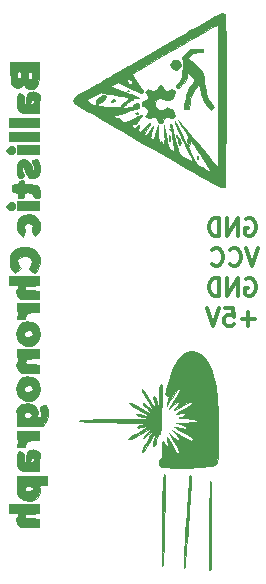
<source format=gbr>
G04 #@! TF.GenerationSoftware,KiCad,Pcbnew,(6.0.0-rc1-dev)*
G04 #@! TF.CreationDate,2018-08-10T19:45:32+02:00*
G04 #@! TF.ProjectId,sender,73656E6465722E6B696361645F706362,rev?*
G04 #@! TF.SameCoordinates,Original*
G04 #@! TF.FileFunction,Legend,Bot*
G04 #@! TF.FilePolarity,Positive*
%FSLAX46Y46*%
G04 Gerber Fmt 4.6, Leading zero omitted, Abs format (unit mm)*
G04 Created by KiCad (PCBNEW (6.0.0-rc1-dev)) date Fri Aug 10 19:45:32 2018*
%MOMM*%
%LPD*%
G01*
G04 APERTURE LIST*
%ADD10C,0.300000*%
%ADD11C,0.010000*%
G04 APERTURE END LIST*
D10*
X146132857Y-102342142D02*
X144990000Y-102342142D01*
X145561428Y-102913571D02*
X145561428Y-101770714D01*
X143561428Y-101413571D02*
X144275714Y-101413571D01*
X144347142Y-102127857D01*
X144275714Y-102056428D01*
X144132857Y-101985000D01*
X143775714Y-101985000D01*
X143632857Y-102056428D01*
X143561428Y-102127857D01*
X143490000Y-102270714D01*
X143490000Y-102627857D01*
X143561428Y-102770714D01*
X143632857Y-102842142D01*
X143775714Y-102913571D01*
X144132857Y-102913571D01*
X144275714Y-102842142D01*
X144347142Y-102770714D01*
X143061428Y-101413571D02*
X142561428Y-102913571D01*
X142061428Y-101413571D01*
X145347142Y-98945000D02*
X145490000Y-98873571D01*
X145704285Y-98873571D01*
X145918571Y-98945000D01*
X146061428Y-99087857D01*
X146132857Y-99230714D01*
X146204285Y-99516428D01*
X146204285Y-99730714D01*
X146132857Y-100016428D01*
X146061428Y-100159285D01*
X145918571Y-100302142D01*
X145704285Y-100373571D01*
X145561428Y-100373571D01*
X145347142Y-100302142D01*
X145275714Y-100230714D01*
X145275714Y-99730714D01*
X145561428Y-99730714D01*
X144632857Y-100373571D02*
X144632857Y-98873571D01*
X143775714Y-100373571D01*
X143775714Y-98873571D01*
X143061428Y-100373571D02*
X143061428Y-98873571D01*
X142704285Y-98873571D01*
X142490000Y-98945000D01*
X142347142Y-99087857D01*
X142275714Y-99230714D01*
X142204285Y-99516428D01*
X142204285Y-99730714D01*
X142275714Y-100016428D01*
X142347142Y-100159285D01*
X142490000Y-100302142D01*
X142704285Y-100373571D01*
X143061428Y-100373571D01*
X146347142Y-96333571D02*
X145847142Y-97833571D01*
X145347142Y-96333571D01*
X143990000Y-97690714D02*
X144061428Y-97762142D01*
X144275714Y-97833571D01*
X144418571Y-97833571D01*
X144632857Y-97762142D01*
X144775714Y-97619285D01*
X144847142Y-97476428D01*
X144918571Y-97190714D01*
X144918571Y-96976428D01*
X144847142Y-96690714D01*
X144775714Y-96547857D01*
X144632857Y-96405000D01*
X144418571Y-96333571D01*
X144275714Y-96333571D01*
X144061428Y-96405000D01*
X143990000Y-96476428D01*
X142490000Y-97690714D02*
X142561428Y-97762142D01*
X142775714Y-97833571D01*
X142918571Y-97833571D01*
X143132857Y-97762142D01*
X143275714Y-97619285D01*
X143347142Y-97476428D01*
X143418571Y-97190714D01*
X143418571Y-96976428D01*
X143347142Y-96690714D01*
X143275714Y-96547857D01*
X143132857Y-96405000D01*
X142918571Y-96333571D01*
X142775714Y-96333571D01*
X142561428Y-96405000D01*
X142490000Y-96476428D01*
X145347142Y-93865000D02*
X145490000Y-93793571D01*
X145704285Y-93793571D01*
X145918571Y-93865000D01*
X146061428Y-94007857D01*
X146132857Y-94150714D01*
X146204285Y-94436428D01*
X146204285Y-94650714D01*
X146132857Y-94936428D01*
X146061428Y-95079285D01*
X145918571Y-95222142D01*
X145704285Y-95293571D01*
X145561428Y-95293571D01*
X145347142Y-95222142D01*
X145275714Y-95150714D01*
X145275714Y-94650714D01*
X145561428Y-94650714D01*
X144632857Y-95293571D02*
X144632857Y-93793571D01*
X143775714Y-95293571D01*
X143775714Y-93793571D01*
X143061428Y-95293571D02*
X143061428Y-93793571D01*
X142704285Y-93793571D01*
X142490000Y-93865000D01*
X142347142Y-94007857D01*
X142275714Y-94150714D01*
X142204285Y-94436428D01*
X142204285Y-94650714D01*
X142275714Y-94936428D01*
X142347142Y-95079285D01*
X142490000Y-95222142D01*
X142704285Y-95293571D01*
X143061428Y-95293571D01*
D11*
G04 #@! TO.C,G\002A\002A\002A*
G36*
X125163033Y-93042377D02*
X125371473Y-93129729D01*
X125433667Y-93133333D01*
X125648835Y-93068808D01*
X125781879Y-92910868D01*
X125816616Y-92712967D01*
X125736862Y-92528561D01*
X125639656Y-92452961D01*
X125464865Y-92406294D01*
X125276734Y-92482629D01*
X125258656Y-92494268D01*
X125093246Y-92675794D01*
X125065831Y-92874781D01*
X125163033Y-93042377D01*
X125163033Y-93042377D01*
G37*
X125163033Y-93042377D02*
X125371473Y-93129729D01*
X125433667Y-93133333D01*
X125648835Y-93068808D01*
X125781879Y-92910868D01*
X125816616Y-92712967D01*
X125736862Y-92528561D01*
X125639656Y-92452961D01*
X125464865Y-92406294D01*
X125276734Y-92482629D01*
X125258656Y-92494268D01*
X125093246Y-92675794D01*
X125065831Y-92874781D01*
X125163033Y-93042377D01*
G36*
X125163033Y-88301043D02*
X125371473Y-88388396D01*
X125433667Y-88392000D01*
X125648835Y-88327474D01*
X125781879Y-88169534D01*
X125816616Y-87971634D01*
X125736862Y-87787227D01*
X125639656Y-87711628D01*
X125464865Y-87664960D01*
X125276734Y-87741296D01*
X125258656Y-87752934D01*
X125093246Y-87934460D01*
X125065831Y-88133447D01*
X125163033Y-88301043D01*
X125163033Y-88301043D01*
G37*
X125163033Y-88301043D02*
X125371473Y-88388396D01*
X125433667Y-88392000D01*
X125648835Y-88327474D01*
X125781879Y-88169534D01*
X125816616Y-87971634D01*
X125736862Y-87787227D01*
X125639656Y-87711628D01*
X125464865Y-87664960D01*
X125276734Y-87741296D01*
X125258656Y-87752934D01*
X125093246Y-87934460D01*
X125065831Y-88133447D01*
X125163033Y-88301043D01*
G36*
X125734801Y-118787333D02*
X125984593Y-118790739D01*
X126095057Y-118813658D01*
X126096196Y-118875142D01*
X126031134Y-118975505D01*
X125910368Y-119266888D01*
X125957921Y-119560369D01*
X126074812Y-119749582D01*
X126166544Y-119853849D01*
X126268659Y-119919276D01*
X126420503Y-119954878D01*
X126661422Y-119969669D01*
X127030761Y-119972665D01*
X127048478Y-119972667D01*
X127846667Y-119972667D01*
X127846667Y-119218085D01*
X127232833Y-119193209D01*
X126913967Y-119175537D01*
X126729021Y-119147280D01*
X126642585Y-119097236D01*
X126619248Y-119014199D01*
X126619000Y-118999000D01*
X126636218Y-118910339D01*
X126711478Y-118856269D01*
X126880194Y-118825588D01*
X127177774Y-118807090D01*
X127232833Y-118804791D01*
X127846667Y-118779915D01*
X127846667Y-118025333D01*
X125306667Y-118025333D01*
X125306667Y-118787333D01*
X125734801Y-118787333D01*
X125734801Y-118787333D01*
G37*
X125734801Y-118787333D02*
X125984593Y-118790739D01*
X126095057Y-118813658D01*
X126096196Y-118875142D01*
X126031134Y-118975505D01*
X125910368Y-119266888D01*
X125957921Y-119560369D01*
X126074812Y-119749582D01*
X126166544Y-119853849D01*
X126268659Y-119919276D01*
X126420503Y-119954878D01*
X126661422Y-119969669D01*
X127030761Y-119972665D01*
X127048478Y-119972667D01*
X127846667Y-119972667D01*
X127846667Y-119218085D01*
X127232833Y-119193209D01*
X126913967Y-119175537D01*
X126729021Y-119147280D01*
X126642585Y-119097236D01*
X126619248Y-119014199D01*
X126619000Y-118999000D01*
X126636218Y-118910339D01*
X126711478Y-118856269D01*
X126880194Y-118825588D01*
X127177774Y-118807090D01*
X127232833Y-118804791D01*
X127846667Y-118779915D01*
X127846667Y-118025333D01*
X125306667Y-118025333D01*
X125306667Y-118787333D01*
X125734801Y-118787333D01*
G36*
X125932759Y-113152379D02*
X126074261Y-113193124D01*
X126280333Y-113199333D01*
X126515548Y-113190437D01*
X126626991Y-113147211D01*
X126659955Y-113044844D01*
X126661333Y-112990645D01*
X126720065Y-112792735D01*
X126905268Y-112668844D01*
X127230450Y-112612118D01*
X127417767Y-112606667D01*
X127846667Y-112606667D01*
X127846667Y-111844667D01*
X125984000Y-111844667D01*
X125984000Y-112218611D01*
X126005153Y-112460799D01*
X126059749Y-112607291D01*
X126084578Y-112626081D01*
X126128497Y-112697577D01*
X126047328Y-112856341D01*
X126042245Y-112863643D01*
X125928136Y-113051081D01*
X125932759Y-113152379D01*
X125932759Y-113152379D01*
G37*
X125932759Y-113152379D02*
X126074261Y-113193124D01*
X126280333Y-113199333D01*
X126515548Y-113190437D01*
X126626991Y-113147211D01*
X126659955Y-113044844D01*
X126661333Y-112990645D01*
X126720065Y-112792735D01*
X126905268Y-112668844D01*
X127230450Y-112612118D01*
X127417767Y-112606667D01*
X127846667Y-112606667D01*
X127846667Y-111844667D01*
X125984000Y-111844667D01*
X125984000Y-112218611D01*
X126005153Y-112460799D01*
X126059749Y-112607291D01*
X126084578Y-112626081D01*
X126128497Y-112697577D01*
X126047328Y-112856341D01*
X126042245Y-112863643D01*
X125928136Y-113051081D01*
X125932759Y-113152379D01*
G36*
X125951980Y-106507989D02*
X126107151Y-106726182D01*
X126221510Y-106825972D01*
X126349071Y-106887567D01*
X126532290Y-106920028D01*
X126813619Y-106932417D01*
X127080818Y-106934000D01*
X127846667Y-106934000D01*
X127846667Y-106179737D01*
X127276042Y-106154702D01*
X126964389Y-106133873D01*
X126784503Y-106097942D01*
X126698859Y-106035408D01*
X126675045Y-105970479D01*
X126689990Y-105818651D01*
X126817695Y-105723151D01*
X127077771Y-105675238D01*
X127359833Y-105665296D01*
X127846667Y-105664000D01*
X127846667Y-104902000D01*
X125984000Y-104902000D01*
X125984000Y-105275944D01*
X126005153Y-105518132D01*
X126059749Y-105664625D01*
X126084578Y-105683415D01*
X126128497Y-105754910D01*
X126047328Y-105913674D01*
X126042245Y-105920976D01*
X125912933Y-106221332D01*
X125951980Y-106507989D01*
X125951980Y-106507989D01*
G37*
X125951980Y-106507989D02*
X126107151Y-106726182D01*
X126221510Y-106825972D01*
X126349071Y-106887567D01*
X126532290Y-106920028D01*
X126813619Y-106932417D01*
X127080818Y-106934000D01*
X127846667Y-106934000D01*
X127846667Y-106179737D01*
X127276042Y-106154702D01*
X126964389Y-106133873D01*
X126784503Y-106097942D01*
X126698859Y-106035408D01*
X126675045Y-105970479D01*
X126689990Y-105818651D01*
X126817695Y-105723151D01*
X127077771Y-105675238D01*
X127359833Y-105665296D01*
X127846667Y-105664000D01*
X127846667Y-104902000D01*
X125984000Y-104902000D01*
X125984000Y-105275944D01*
X126005153Y-105518132D01*
X126059749Y-105664625D01*
X126084578Y-105683415D01*
X126128497Y-105754910D01*
X126047328Y-105913674D01*
X126042245Y-105920976D01*
X125912933Y-106221332D01*
X125951980Y-106507989D01*
G36*
X125932759Y-102315046D02*
X126074261Y-102355790D01*
X126280333Y-102362000D01*
X126515548Y-102353104D01*
X126626991Y-102309877D01*
X126659955Y-102207511D01*
X126661333Y-102153312D01*
X126720065Y-101955401D01*
X126905268Y-101831511D01*
X127230450Y-101774784D01*
X127417767Y-101769333D01*
X127846667Y-101769333D01*
X127846667Y-101007333D01*
X125984000Y-101007333D01*
X125984000Y-101381278D01*
X126005153Y-101623465D01*
X126059749Y-101769958D01*
X126084578Y-101788748D01*
X126128497Y-101860243D01*
X126047328Y-102019007D01*
X126042245Y-102026309D01*
X125928136Y-102213747D01*
X125932759Y-102315046D01*
X125932759Y-102315046D01*
G37*
X125932759Y-102315046D02*
X126074261Y-102355790D01*
X126280333Y-102362000D01*
X126515548Y-102353104D01*
X126626991Y-102309877D01*
X126659955Y-102207511D01*
X126661333Y-102153312D01*
X126720065Y-101955401D01*
X126905268Y-101831511D01*
X127230450Y-101774784D01*
X127417767Y-101769333D01*
X127846667Y-101769333D01*
X127846667Y-101007333D01*
X125984000Y-101007333D01*
X125984000Y-101381278D01*
X126005153Y-101623465D01*
X126059749Y-101769958D01*
X126084578Y-101788748D01*
X126128497Y-101860243D01*
X126047328Y-102019007D01*
X126042245Y-102026309D01*
X125928136Y-102213747D01*
X125932759Y-102315046D01*
G36*
X125734801Y-99483333D02*
X125984593Y-99486739D01*
X126095057Y-99509658D01*
X126096196Y-99571142D01*
X126031134Y-99671505D01*
X125910368Y-99962888D01*
X125957921Y-100256369D01*
X126074812Y-100445582D01*
X126166544Y-100549849D01*
X126268659Y-100615276D01*
X126420503Y-100650878D01*
X126661422Y-100665669D01*
X127030761Y-100668665D01*
X127048478Y-100668667D01*
X127846667Y-100668667D01*
X127846667Y-99914085D01*
X127232833Y-99889209D01*
X126913967Y-99871537D01*
X126729021Y-99843280D01*
X126642585Y-99793236D01*
X126619248Y-99710199D01*
X126619000Y-99695000D01*
X126636218Y-99606339D01*
X126711478Y-99552269D01*
X126880194Y-99521588D01*
X127177774Y-99503090D01*
X127232833Y-99500791D01*
X127846667Y-99475915D01*
X127846667Y-98721333D01*
X125306667Y-98721333D01*
X125306667Y-99483333D01*
X125734801Y-99483333D01*
X125734801Y-99483333D01*
G37*
X125734801Y-99483333D02*
X125984593Y-99486739D01*
X126095057Y-99509658D01*
X126096196Y-99571142D01*
X126031134Y-99671505D01*
X125910368Y-99962888D01*
X125957921Y-100256369D01*
X126074812Y-100445582D01*
X126166544Y-100549849D01*
X126268659Y-100615276D01*
X126420503Y-100650878D01*
X126661422Y-100665669D01*
X127030761Y-100668665D01*
X127048478Y-100668667D01*
X127846667Y-100668667D01*
X127846667Y-99914085D01*
X127232833Y-99889209D01*
X126913967Y-99871537D01*
X126729021Y-99843280D01*
X126642585Y-99793236D01*
X126619248Y-99710199D01*
X126619000Y-99695000D01*
X126636218Y-99606339D01*
X126711478Y-99552269D01*
X126880194Y-99521588D01*
X127177774Y-99503090D01*
X127232833Y-99500791D01*
X127846667Y-99475915D01*
X127846667Y-98721333D01*
X125306667Y-98721333D01*
X125306667Y-99483333D01*
X125734801Y-99483333D01*
G36*
X127846667Y-93133333D02*
X127846667Y-92371333D01*
X125984000Y-92371333D01*
X125984000Y-93133333D01*
X127846667Y-93133333D01*
X127846667Y-93133333D01*
G37*
X127846667Y-93133333D02*
X127846667Y-92371333D01*
X125984000Y-92371333D01*
X125984000Y-93133333D01*
X127846667Y-93133333D01*
G36*
X127846667Y-88392000D02*
X127846667Y-87630000D01*
X125984000Y-87630000D01*
X125984000Y-88392000D01*
X127846667Y-88392000D01*
X127846667Y-88392000D01*
G37*
X127846667Y-88392000D02*
X127846667Y-87630000D01*
X125984000Y-87630000D01*
X125984000Y-88392000D01*
X127846667Y-88392000D01*
G36*
X127846667Y-87291333D02*
X127846667Y-86529333D01*
X125306667Y-86529333D01*
X125306667Y-87291333D01*
X127846667Y-87291333D01*
X127846667Y-87291333D01*
G37*
X127846667Y-87291333D02*
X127846667Y-86529333D01*
X125306667Y-86529333D01*
X125306667Y-87291333D01*
X127846667Y-87291333D01*
G36*
X127846667Y-86106000D02*
X127846667Y-85344000D01*
X125306667Y-85344000D01*
X125306667Y-86106000D01*
X127846667Y-86106000D01*
X127846667Y-86106000D01*
G37*
X127846667Y-86106000D02*
X127846667Y-85344000D01*
X125306667Y-85344000D01*
X125306667Y-86106000D01*
X127846667Y-86106000D01*
G36*
X125404861Y-81486936D02*
X125423581Y-81893634D01*
X125449357Y-82169603D01*
X125490466Y-82353439D01*
X125555186Y-82483743D01*
X125640889Y-82587602D01*
X125863148Y-82763181D01*
X126078637Y-82782883D01*
X126327048Y-82648977D01*
X126353812Y-82628341D01*
X126511724Y-82519997D01*
X126592742Y-82521682D01*
X126625313Y-82578255D01*
X126764677Y-82734942D01*
X126998467Y-82833345D01*
X127255698Y-82851401D01*
X127389214Y-82815663D01*
X127594426Y-82652566D01*
X127736058Y-82371101D01*
X127818618Y-81956991D01*
X127846617Y-81395963D01*
X127846667Y-81367386D01*
X127846667Y-80602667D01*
X127194859Y-80602667D01*
X127194859Y-81377714D01*
X127243821Y-81451278D01*
X127240887Y-81643661D01*
X127238338Y-81675556D01*
X127201763Y-81894229D01*
X127123580Y-81986865D01*
X127042333Y-81999667D01*
X126925625Y-81966518D01*
X126878535Y-81837111D01*
X126873000Y-81703333D01*
X126893156Y-81496103D01*
X126974906Y-81402798D01*
X127069005Y-81379223D01*
X127194859Y-81377714D01*
X127194859Y-80602667D01*
X126153333Y-80602667D01*
X126153333Y-81364667D01*
X126270041Y-81397815D01*
X126317131Y-81527222D01*
X126322667Y-81661000D01*
X126303725Y-81865239D01*
X126229778Y-81947647D01*
X126153333Y-81957333D01*
X126036625Y-81924185D01*
X125989535Y-81794778D01*
X125984000Y-81661000D01*
X126002942Y-81456761D01*
X126076889Y-81374353D01*
X126153333Y-81364667D01*
X126153333Y-80602667D01*
X125372128Y-80602667D01*
X125404861Y-81486936D01*
X125404861Y-81486936D01*
G37*
X125404861Y-81486936D02*
X125423581Y-81893634D01*
X125449357Y-82169603D01*
X125490466Y-82353439D01*
X125555186Y-82483743D01*
X125640889Y-82587602D01*
X125863148Y-82763181D01*
X126078637Y-82782883D01*
X126327048Y-82648977D01*
X126353812Y-82628341D01*
X126511724Y-82519997D01*
X126592742Y-82521682D01*
X126625313Y-82578255D01*
X126764677Y-82734942D01*
X126998467Y-82833345D01*
X127255698Y-82851401D01*
X127389214Y-82815663D01*
X127594426Y-82652566D01*
X127736058Y-82371101D01*
X127818618Y-81956991D01*
X127846617Y-81395963D01*
X127846667Y-81367386D01*
X127846667Y-80602667D01*
X127194859Y-80602667D01*
X127194859Y-81377714D01*
X127243821Y-81451278D01*
X127240887Y-81643661D01*
X127238338Y-81675556D01*
X127201763Y-81894229D01*
X127123580Y-81986865D01*
X127042333Y-81999667D01*
X126925625Y-81966518D01*
X126878535Y-81837111D01*
X126873000Y-81703333D01*
X126893156Y-81496103D01*
X126974906Y-81402798D01*
X127069005Y-81379223D01*
X127194859Y-81377714D01*
X127194859Y-80602667D01*
X126153333Y-80602667D01*
X126153333Y-81364667D01*
X126270041Y-81397815D01*
X126317131Y-81527222D01*
X126322667Y-81661000D01*
X126303725Y-81865239D01*
X126229778Y-81947647D01*
X126153333Y-81957333D01*
X126036625Y-81924185D01*
X125989535Y-81794778D01*
X125984000Y-81661000D01*
X126002942Y-81456761D01*
X126076889Y-81374353D01*
X126153333Y-81364667D01*
X126153333Y-80602667D01*
X125372128Y-80602667D01*
X125404861Y-81486936D01*
G36*
X125974460Y-114736656D02*
X126127860Y-115034107D01*
X126158056Y-115066722D01*
X126264673Y-115147607D01*
X126413278Y-115197310D01*
X126643417Y-115222818D01*
X126994638Y-115231121D01*
X127089523Y-115231333D01*
X127856379Y-115231333D01*
X127847400Y-114786833D01*
X127850498Y-114474182D01*
X127868599Y-114189017D01*
X127881506Y-114088333D01*
X127897478Y-113863481D01*
X127875889Y-113707333D01*
X127707334Y-113489791D01*
X127424882Y-113379180D01*
X127284952Y-113368667D01*
X127238587Y-113380426D01*
X127238587Y-114062259D01*
X127338667Y-114088333D01*
X127412927Y-114158960D01*
X127397149Y-114266046D01*
X127335688Y-114390233D01*
X127217946Y-114534281D01*
X127124458Y-114521216D01*
X127084721Y-114356079D01*
X127084667Y-114347330D01*
X127128224Y-114146810D01*
X127238587Y-114062259D01*
X127238587Y-113380426D01*
X127009570Y-113438512D01*
X126830633Y-113645919D01*
X126750452Y-113987689D01*
X126746000Y-114114228D01*
X126728720Y-114357123D01*
X126673742Y-114448698D01*
X126640167Y-114446276D01*
X126570488Y-114336533D01*
X126546337Y-114088287D01*
X126547568Y-114021405D01*
X126545479Y-113778311D01*
X126499550Y-113647570D01*
X126382850Y-113573051D01*
X126321553Y-113550298D01*
X126178831Y-113509769D01*
X126095228Y-113538677D01*
X126036630Y-113670706D01*
X125981824Y-113885735D01*
X125923974Y-114341757D01*
X125974460Y-114736656D01*
X125974460Y-114736656D01*
G37*
X125974460Y-114736656D02*
X126127860Y-115034107D01*
X126158056Y-115066722D01*
X126264673Y-115147607D01*
X126413278Y-115197310D01*
X126643417Y-115222818D01*
X126994638Y-115231121D01*
X127089523Y-115231333D01*
X127856379Y-115231333D01*
X127847400Y-114786833D01*
X127850498Y-114474182D01*
X127868599Y-114189017D01*
X127881506Y-114088333D01*
X127897478Y-113863481D01*
X127875889Y-113707333D01*
X127707334Y-113489791D01*
X127424882Y-113379180D01*
X127284952Y-113368667D01*
X127238587Y-113380426D01*
X127238587Y-114062259D01*
X127338667Y-114088333D01*
X127412927Y-114158960D01*
X127397149Y-114266046D01*
X127335688Y-114390233D01*
X127217946Y-114534281D01*
X127124458Y-114521216D01*
X127084721Y-114356079D01*
X127084667Y-114347330D01*
X127128224Y-114146810D01*
X127238587Y-114062259D01*
X127238587Y-113380426D01*
X127009570Y-113438512D01*
X126830633Y-113645919D01*
X126750452Y-113987689D01*
X126746000Y-114114228D01*
X126728720Y-114357123D01*
X126673742Y-114448698D01*
X126640167Y-114446276D01*
X126570488Y-114336533D01*
X126546337Y-114088287D01*
X126547568Y-114021405D01*
X126545479Y-113778311D01*
X126499550Y-113647570D01*
X126382850Y-113573051D01*
X126321553Y-113550298D01*
X126178831Y-113509769D01*
X126095228Y-113538677D01*
X126036630Y-113670706D01*
X125981824Y-113885735D01*
X125923974Y-114341757D01*
X125974460Y-114736656D01*
G36*
X125952557Y-108557149D02*
X126114209Y-108895675D01*
X126390631Y-109141386D01*
X126447838Y-109171124D01*
X126796411Y-109288151D01*
X127116825Y-109271199D01*
X127382828Y-109171124D01*
X127673483Y-108946353D01*
X127855605Y-108621638D01*
X127917711Y-108235796D01*
X127848321Y-107827645D01*
X127809674Y-107728029D01*
X127600347Y-107417166D01*
X127294809Y-107239832D01*
X126987473Y-107197854D01*
X126987473Y-107956517D01*
X127193788Y-108017844D01*
X127237067Y-108051600D01*
X127333076Y-108229350D01*
X127263019Y-108390524D01*
X127161447Y-108462220D01*
X126938342Y-108521259D01*
X126731399Y-108482803D01*
X126579726Y-108373742D01*
X126522432Y-108220966D01*
X126585573Y-108066268D01*
X126755000Y-107973328D01*
X126987473Y-107956517D01*
X126987473Y-107197854D01*
X126915333Y-107188000D01*
X126512536Y-107247260D01*
X126217920Y-107431638D01*
X126017390Y-107746679D01*
X125916632Y-108162065D01*
X125952557Y-108557149D01*
X125952557Y-108557149D01*
G37*
X125952557Y-108557149D02*
X126114209Y-108895675D01*
X126390631Y-109141386D01*
X126447838Y-109171124D01*
X126796411Y-109288151D01*
X127116825Y-109271199D01*
X127382828Y-109171124D01*
X127673483Y-108946353D01*
X127855605Y-108621638D01*
X127917711Y-108235796D01*
X127848321Y-107827645D01*
X127809674Y-107728029D01*
X127600347Y-107417166D01*
X127294809Y-107239832D01*
X126987473Y-107197854D01*
X126987473Y-107956517D01*
X127193788Y-108017844D01*
X127237067Y-108051600D01*
X127333076Y-108229350D01*
X127263019Y-108390524D01*
X127161447Y-108462220D01*
X126938342Y-108521259D01*
X126731399Y-108482803D01*
X126579726Y-108373742D01*
X126522432Y-108220966D01*
X126585573Y-108066268D01*
X126755000Y-107973328D01*
X126987473Y-107956517D01*
X126987473Y-107197854D01*
X126915333Y-107188000D01*
X126512536Y-107247260D01*
X126217920Y-107431638D01*
X126017390Y-107746679D01*
X125916632Y-108162065D01*
X125952557Y-108557149D01*
G36*
X125952557Y-103900483D02*
X126114209Y-104239009D01*
X126390631Y-104484720D01*
X126447838Y-104514457D01*
X126796411Y-104631484D01*
X127116825Y-104614532D01*
X127382828Y-104514457D01*
X127673483Y-104289686D01*
X127855605Y-103964971D01*
X127917711Y-103579130D01*
X127848321Y-103170979D01*
X127809674Y-103071363D01*
X127600347Y-102760499D01*
X127294809Y-102583165D01*
X126987473Y-102541187D01*
X126987473Y-103299850D01*
X127193788Y-103361178D01*
X127237067Y-103394933D01*
X127333076Y-103572683D01*
X127263019Y-103733857D01*
X127161447Y-103805554D01*
X126938342Y-103864592D01*
X126731399Y-103826136D01*
X126579726Y-103717075D01*
X126522432Y-103564299D01*
X126585573Y-103409602D01*
X126755000Y-103316661D01*
X126987473Y-103299850D01*
X126987473Y-102541187D01*
X126915333Y-102531333D01*
X126512536Y-102590593D01*
X126217920Y-102774971D01*
X126017390Y-103090012D01*
X125916632Y-103505398D01*
X125952557Y-103900483D01*
X125952557Y-103900483D01*
G37*
X125952557Y-103900483D02*
X126114209Y-104239009D01*
X126390631Y-104484720D01*
X126447838Y-104514457D01*
X126796411Y-104631484D01*
X127116825Y-104614532D01*
X127382828Y-104514457D01*
X127673483Y-104289686D01*
X127855605Y-103964971D01*
X127917711Y-103579130D01*
X127848321Y-103170979D01*
X127809674Y-103071363D01*
X127600347Y-102760499D01*
X127294809Y-102583165D01*
X126987473Y-102541187D01*
X126987473Y-103299850D01*
X127193788Y-103361178D01*
X127237067Y-103394933D01*
X127333076Y-103572683D01*
X127263019Y-103733857D01*
X127161447Y-103805554D01*
X126938342Y-103864592D01*
X126731399Y-103826136D01*
X126579726Y-103717075D01*
X126522432Y-103564299D01*
X126585573Y-103409602D01*
X126755000Y-103316661D01*
X126987473Y-103299850D01*
X126987473Y-102541187D01*
X126915333Y-102531333D01*
X126512536Y-102590593D01*
X126217920Y-102774971D01*
X126017390Y-103090012D01*
X125916632Y-103505398D01*
X125952557Y-103900483D01*
G36*
X125412041Y-97922128D02*
X125586440Y-98239185D01*
X125772333Y-98467928D01*
X126319869Y-98033916D01*
X126151934Y-97853660D01*
X126011885Y-97612003D01*
X125996487Y-97357851D01*
X126048796Y-97231175D01*
X126261301Y-97049218D01*
X126541978Y-96979658D01*
X126833466Y-97021247D01*
X127078402Y-97172739D01*
X127144829Y-97254995D01*
X127228439Y-97406668D01*
X127230208Y-97536064D01*
X127147329Y-97720641D01*
X127126559Y-97759479D01*
X126969198Y-98051682D01*
X127187461Y-98269946D01*
X127360654Y-98407293D01*
X127499777Y-98414081D01*
X127630607Y-98278893D01*
X127768956Y-98012388D01*
X127908071Y-97573334D01*
X127897251Y-97174965D01*
X127783035Y-96864685D01*
X127529963Y-96527948D01*
X127195572Y-96305538D01*
X126813263Y-96194961D01*
X126416435Y-96193721D01*
X126038489Y-96299322D01*
X125712822Y-96509267D01*
X125472837Y-96821063D01*
X125387101Y-97043716D01*
X125334278Y-97496531D01*
X125412041Y-97922128D01*
X125412041Y-97922128D01*
G37*
X125412041Y-97922128D02*
X125586440Y-98239185D01*
X125772333Y-98467928D01*
X126319869Y-98033916D01*
X126151934Y-97853660D01*
X126011885Y-97612003D01*
X125996487Y-97357851D01*
X126048796Y-97231175D01*
X126261301Y-97049218D01*
X126541978Y-96979658D01*
X126833466Y-97021247D01*
X127078402Y-97172739D01*
X127144829Y-97254995D01*
X127228439Y-97406668D01*
X127230208Y-97536064D01*
X127147329Y-97720641D01*
X127126559Y-97759479D01*
X126969198Y-98051682D01*
X127187461Y-98269946D01*
X127360654Y-98407293D01*
X127499777Y-98414081D01*
X127630607Y-98278893D01*
X127768956Y-98012388D01*
X127908071Y-97573334D01*
X127897251Y-97174965D01*
X127783035Y-96864685D01*
X127529963Y-96527948D01*
X127195572Y-96305538D01*
X126813263Y-96194961D01*
X126416435Y-96193721D01*
X126038489Y-96299322D01*
X125712822Y-96509267D01*
X125472837Y-96821063D01*
X125387101Y-97043716D01*
X125334278Y-97496531D01*
X125412041Y-97922128D01*
G36*
X125950248Y-94670750D02*
X126106760Y-95021047D01*
X126216923Y-95151954D01*
X126438624Y-95373655D01*
X126558174Y-95080672D01*
X126629423Y-94845247D01*
X126606173Y-94679580D01*
X126580001Y-94631210D01*
X126536840Y-94445834D01*
X126637616Y-94304405D01*
X126857564Y-94236256D01*
X126915333Y-94234000D01*
X127157865Y-94283478D01*
X127284266Y-94412883D01*
X127270809Y-94593667D01*
X127248446Y-94634763D01*
X127196150Y-94783437D01*
X127239553Y-94962971D01*
X127291191Y-95070723D01*
X127397385Y-95245468D01*
X127483429Y-95286142D01*
X127561188Y-95240991D01*
X127786279Y-94953148D01*
X127904493Y-94584999D01*
X127901441Y-94198085D01*
X127848354Y-94012860D01*
X127657351Y-93747573D01*
X127361133Y-93563011D01*
X127009248Y-93471178D01*
X126651242Y-93484082D01*
X126336664Y-93613726D01*
X126303212Y-93638463D01*
X126051015Y-93934883D01*
X125932513Y-94293837D01*
X125950248Y-94670750D01*
X125950248Y-94670750D01*
G37*
X125950248Y-94670750D02*
X126106760Y-95021047D01*
X126216923Y-95151954D01*
X126438624Y-95373655D01*
X126558174Y-95080672D01*
X126629423Y-94845247D01*
X126606173Y-94679580D01*
X126580001Y-94631210D01*
X126536840Y-94445834D01*
X126637616Y-94304405D01*
X126857564Y-94236256D01*
X126915333Y-94234000D01*
X127157865Y-94283478D01*
X127284266Y-94412883D01*
X127270809Y-94593667D01*
X127248446Y-94634763D01*
X127196150Y-94783437D01*
X127239553Y-94962971D01*
X127291191Y-95070723D01*
X127397385Y-95245468D01*
X127483429Y-95286142D01*
X127561188Y-95240991D01*
X127786279Y-94953148D01*
X127904493Y-94584999D01*
X127901441Y-94198085D01*
X127848354Y-94012860D01*
X127657351Y-93747573D01*
X127361133Y-93563011D01*
X127009248Y-93471178D01*
X126651242Y-93484082D01*
X126336664Y-93613726D01*
X126303212Y-93638463D01*
X126051015Y-93934883D01*
X125932513Y-94293837D01*
X125950248Y-94670750D01*
G36*
X125570697Y-91487822D02*
X125625051Y-91584357D01*
X125760125Y-91608799D01*
X125814667Y-91609333D01*
X125994575Y-91630312D01*
X126060885Y-91729273D01*
X126068667Y-91863333D01*
X126089646Y-92043241D01*
X126188606Y-92109552D01*
X126322667Y-92117333D01*
X126502575Y-92096354D01*
X126568885Y-91997393D01*
X126576667Y-91863333D01*
X126597867Y-91683249D01*
X126696316Y-91616911D01*
X126823742Y-91609333D01*
X127138292Y-91642895D01*
X127305191Y-91746343D01*
X127338667Y-91863213D01*
X127407851Y-91977506D01*
X127564602Y-92072623D01*
X127732719Y-92113381D01*
X127821442Y-92086113D01*
X127873910Y-91948201D01*
X127897284Y-91716637D01*
X127890421Y-91464779D01*
X127852178Y-91265987D01*
X127834816Y-91228333D01*
X127721402Y-91071223D01*
X127583163Y-90982198D01*
X127370980Y-90942471D01*
X127063500Y-90933296D01*
X126786953Y-90925792D01*
X126640126Y-90895962D01*
X126583623Y-90829996D01*
X126576667Y-90762667D01*
X126529106Y-90631645D01*
X126362058Y-90593347D01*
X126357073Y-90593333D01*
X126160508Y-90649957D01*
X126093199Y-90762667D01*
X125994373Y-90896613D01*
X125804792Y-90932000D01*
X125648149Y-90946331D01*
X125578511Y-91021589D01*
X125560992Y-91206167D01*
X125560667Y-91270667D01*
X125570697Y-91487822D01*
X125570697Y-91487822D01*
G37*
X125570697Y-91487822D02*
X125625051Y-91584357D01*
X125760125Y-91608799D01*
X125814667Y-91609333D01*
X125994575Y-91630312D01*
X126060885Y-91729273D01*
X126068667Y-91863333D01*
X126089646Y-92043241D01*
X126188606Y-92109552D01*
X126322667Y-92117333D01*
X126502575Y-92096354D01*
X126568885Y-91997393D01*
X126576667Y-91863333D01*
X126597867Y-91683249D01*
X126696316Y-91616911D01*
X126823742Y-91609333D01*
X127138292Y-91642895D01*
X127305191Y-91746343D01*
X127338667Y-91863213D01*
X127407851Y-91977506D01*
X127564602Y-92072623D01*
X127732719Y-92113381D01*
X127821442Y-92086113D01*
X127873910Y-91948201D01*
X127897284Y-91716637D01*
X127890421Y-91464779D01*
X127852178Y-91265987D01*
X127834816Y-91228333D01*
X127721402Y-91071223D01*
X127583163Y-90982198D01*
X127370980Y-90942471D01*
X127063500Y-90933296D01*
X126786953Y-90925792D01*
X126640126Y-90895962D01*
X126583623Y-90829996D01*
X126576667Y-90762667D01*
X126529106Y-90631645D01*
X126362058Y-90593347D01*
X126357073Y-90593333D01*
X126160508Y-90649957D01*
X126093199Y-90762667D01*
X125994373Y-90896613D01*
X125804792Y-90932000D01*
X125648149Y-90946331D01*
X125578511Y-91021589D01*
X125560992Y-91206167D01*
X125560667Y-91270667D01*
X125570697Y-91487822D01*
G36*
X125979124Y-90067225D02*
X126074683Y-90319031D01*
X126196670Y-90413271D01*
X126368263Y-90361678D01*
X126451300Y-90306275D01*
X126557491Y-90197763D01*
X126551176Y-90064361D01*
X126509816Y-89963624D01*
X126423051Y-89712825D01*
X126420115Y-89545140D01*
X126488020Y-89492667D01*
X126560391Y-89565804D01*
X126637710Y-89746845D01*
X126653294Y-89799014D01*
X126749617Y-90050306D01*
X126870828Y-90251650D01*
X126882062Y-90264680D01*
X127100973Y-90394419D01*
X127374944Y-90416363D01*
X127628936Y-90331105D01*
X127716557Y-90258102D01*
X127832313Y-90032151D01*
X127893128Y-89709294D01*
X127891934Y-89355054D01*
X127842066Y-89094668D01*
X127746112Y-88858061D01*
X127627062Y-88767899D01*
X127447519Y-88801899D01*
X127391272Y-88826058D01*
X127249359Y-88905717D01*
X127228002Y-89000275D01*
X127300261Y-89161596D01*
X127390255Y-89394134D01*
X127420751Y-89599794D01*
X127387828Y-89727729D01*
X127345394Y-89746667D01*
X127274500Y-89673752D01*
X127212895Y-89498252D01*
X127212540Y-89496642D01*
X127075541Y-89148460D01*
X126855221Y-88913304D01*
X126576491Y-88816460D01*
X126541310Y-88815333D01*
X126251552Y-88887834D01*
X126045272Y-89089721D01*
X125932990Y-89397572D01*
X125925222Y-89787964D01*
X125979124Y-90067225D01*
X125979124Y-90067225D01*
G37*
X125979124Y-90067225D02*
X126074683Y-90319031D01*
X126196670Y-90413271D01*
X126368263Y-90361678D01*
X126451300Y-90306275D01*
X126557491Y-90197763D01*
X126551176Y-90064361D01*
X126509816Y-89963624D01*
X126423051Y-89712825D01*
X126420115Y-89545140D01*
X126488020Y-89492667D01*
X126560391Y-89565804D01*
X126637710Y-89746845D01*
X126653294Y-89799014D01*
X126749617Y-90050306D01*
X126870828Y-90251650D01*
X126882062Y-90264680D01*
X127100973Y-90394419D01*
X127374944Y-90416363D01*
X127628936Y-90331105D01*
X127716557Y-90258102D01*
X127832313Y-90032151D01*
X127893128Y-89709294D01*
X127891934Y-89355054D01*
X127842066Y-89094668D01*
X127746112Y-88858061D01*
X127627062Y-88767899D01*
X127447519Y-88801899D01*
X127391272Y-88826058D01*
X127249359Y-88905717D01*
X127228002Y-89000275D01*
X127300261Y-89161596D01*
X127390255Y-89394134D01*
X127420751Y-89599794D01*
X127387828Y-89727729D01*
X127345394Y-89746667D01*
X127274500Y-89673752D01*
X127212895Y-89498252D01*
X127212540Y-89496642D01*
X127075541Y-89148460D01*
X126855221Y-88913304D01*
X126576491Y-88816460D01*
X126541310Y-88815333D01*
X126251552Y-88887834D01*
X126045272Y-89089721D01*
X125932990Y-89397572D01*
X125925222Y-89787964D01*
X125979124Y-90067225D01*
G36*
X125974460Y-84425990D02*
X126127860Y-84723440D01*
X126158056Y-84756056D01*
X126264673Y-84836941D01*
X126413278Y-84886643D01*
X126643417Y-84912151D01*
X126994638Y-84920455D01*
X127089523Y-84920667D01*
X127856379Y-84920667D01*
X127847400Y-84476167D01*
X127850498Y-84163516D01*
X127868599Y-83878350D01*
X127881506Y-83777667D01*
X127897478Y-83552814D01*
X127875889Y-83396667D01*
X127707334Y-83179125D01*
X127424882Y-83068513D01*
X127284952Y-83058000D01*
X127238587Y-83069759D01*
X127238587Y-83751592D01*
X127338667Y-83777667D01*
X127412927Y-83848293D01*
X127397149Y-83955380D01*
X127335688Y-84079566D01*
X127217946Y-84223614D01*
X127124458Y-84210549D01*
X127084721Y-84045412D01*
X127084667Y-84036663D01*
X127128224Y-83836143D01*
X127238587Y-83751592D01*
X127238587Y-83069759D01*
X127009570Y-83127846D01*
X126830633Y-83335252D01*
X126750452Y-83677022D01*
X126746000Y-83803561D01*
X126728720Y-84046456D01*
X126673742Y-84138031D01*
X126640167Y-84135609D01*
X126570488Y-84025866D01*
X126546337Y-83777620D01*
X126547568Y-83710738D01*
X126545479Y-83467644D01*
X126499550Y-83336904D01*
X126382850Y-83262384D01*
X126321553Y-83239632D01*
X126178831Y-83199102D01*
X126095228Y-83228011D01*
X126036630Y-83360039D01*
X125981824Y-83575068D01*
X125923974Y-84031091D01*
X125974460Y-84425990D01*
X125974460Y-84425990D01*
G37*
X125974460Y-84425990D02*
X126127860Y-84723440D01*
X126158056Y-84756056D01*
X126264673Y-84836941D01*
X126413278Y-84886643D01*
X126643417Y-84912151D01*
X126994638Y-84920455D01*
X127089523Y-84920667D01*
X127856379Y-84920667D01*
X127847400Y-84476167D01*
X127850498Y-84163516D01*
X127868599Y-83878350D01*
X127881506Y-83777667D01*
X127897478Y-83552814D01*
X127875889Y-83396667D01*
X127707334Y-83179125D01*
X127424882Y-83068513D01*
X127284952Y-83058000D01*
X127238587Y-83069759D01*
X127238587Y-83751592D01*
X127338667Y-83777667D01*
X127412927Y-83848293D01*
X127397149Y-83955380D01*
X127335688Y-84079566D01*
X127217946Y-84223614D01*
X127124458Y-84210549D01*
X127084721Y-84045412D01*
X127084667Y-84036663D01*
X127128224Y-83836143D01*
X127238587Y-83751592D01*
X127238587Y-83069759D01*
X127009570Y-83127846D01*
X126830633Y-83335252D01*
X126750452Y-83677022D01*
X126746000Y-83803561D01*
X126728720Y-84046456D01*
X126673742Y-84138031D01*
X126640167Y-84135609D01*
X126570488Y-84025866D01*
X126546337Y-83777620D01*
X126547568Y-83710738D01*
X126545479Y-83467644D01*
X126499550Y-83336904D01*
X126382850Y-83262384D01*
X126321553Y-83239632D01*
X126178831Y-83199102D01*
X126095228Y-83228011D01*
X126036630Y-83360039D01*
X125981824Y-83575068D01*
X125923974Y-84031091D01*
X125974460Y-84425990D01*
G36*
X125956784Y-117124942D02*
X126117581Y-117404318D01*
X126396528Y-117602251D01*
X126592974Y-117664620D01*
X127024504Y-117698394D01*
X127408809Y-117626525D01*
X127681868Y-117470896D01*
X127832802Y-117242587D01*
X127904618Y-116947533D01*
X127881444Y-116667724D01*
X127851438Y-116594915D01*
X127805435Y-116486056D01*
X127844102Y-116433917D01*
X128001035Y-116417748D01*
X128140021Y-116416667D01*
X128524000Y-116416667D01*
X128524000Y-115654667D01*
X126856953Y-115654667D01*
X126856953Y-116431715D01*
X127081480Y-116451246D01*
X127262946Y-116540739D01*
X127338655Y-116669093D01*
X127338667Y-116670667D01*
X127281306Y-116772446D01*
X127216786Y-116835751D01*
X127045800Y-116902074D01*
X126856953Y-116909618D01*
X126680170Y-116857193D01*
X126621100Y-116725014D01*
X126619000Y-116670667D01*
X126655147Y-116509268D01*
X126796127Y-116440558D01*
X126856953Y-116431715D01*
X126856953Y-115654667D01*
X125975298Y-115654667D01*
X125980811Y-116099167D01*
X125974914Y-116411864D01*
X125953676Y-116697055D01*
X125939423Y-116797667D01*
X125956784Y-117124942D01*
X125956784Y-117124942D01*
G37*
X125956784Y-117124942D02*
X126117581Y-117404318D01*
X126396528Y-117602251D01*
X126592974Y-117664620D01*
X127024504Y-117698394D01*
X127408809Y-117626525D01*
X127681868Y-117470896D01*
X127832802Y-117242587D01*
X127904618Y-116947533D01*
X127881444Y-116667724D01*
X127851438Y-116594915D01*
X127805435Y-116486056D01*
X127844102Y-116433917D01*
X128001035Y-116417748D01*
X128140021Y-116416667D01*
X128524000Y-116416667D01*
X128524000Y-115654667D01*
X126856953Y-115654667D01*
X126856953Y-116431715D01*
X127081480Y-116451246D01*
X127262946Y-116540739D01*
X127338655Y-116669093D01*
X127338667Y-116670667D01*
X127281306Y-116772446D01*
X127216786Y-116835751D01*
X127045800Y-116902074D01*
X126856953Y-116909618D01*
X126680170Y-116857193D01*
X126621100Y-116725014D01*
X126619000Y-116670667D01*
X126655147Y-116509268D01*
X126796127Y-116440558D01*
X126856953Y-116431715D01*
X126856953Y-115654667D01*
X125975298Y-115654667D01*
X125980811Y-116099167D01*
X125974914Y-116411864D01*
X125953676Y-116697055D01*
X125939423Y-116797667D01*
X125956784Y-117124942D01*
G36*
X125936575Y-110259867D02*
X125967893Y-110509432D01*
X125983352Y-110828903D01*
X125983266Y-110976833D01*
X125974288Y-111421333D01*
X127037477Y-111421333D01*
X127486407Y-111418833D01*
X127798385Y-111408319D01*
X128005757Y-111385271D01*
X128140870Y-111345169D01*
X128236068Y-111283492D01*
X128273381Y-111248619D01*
X128505039Y-110903333D01*
X128601218Y-110488934D01*
X128556024Y-110045311D01*
X128482440Y-109833833D01*
X128390716Y-109638987D01*
X128306867Y-109572660D01*
X128168851Y-109609148D01*
X128059046Y-109658414D01*
X127903223Y-109770527D01*
X127898630Y-109891247D01*
X127952296Y-110069042D01*
X127994959Y-110292030D01*
X127994544Y-110503924D01*
X127896693Y-110629581D01*
X127847806Y-110658723D01*
X127671109Y-110722688D01*
X127612251Y-110666390D01*
X127670473Y-110502817D01*
X127756479Y-110209168D01*
X127681274Y-109932351D01*
X127514513Y-109721487D01*
X127330706Y-109566982D01*
X127137162Y-109493681D01*
X126857864Y-109474073D01*
X126830666Y-109474000D01*
X126769251Y-109477471D01*
X126769251Y-110161524D01*
X126987968Y-110190879D01*
X127117355Y-110280783D01*
X127203874Y-110454280D01*
X127148027Y-110609517D01*
X127013958Y-110680064D01*
X126771563Y-110681240D01*
X126596056Y-110592352D01*
X126521099Y-110445812D01*
X126580357Y-110274032D01*
X126585573Y-110267602D01*
X126769251Y-110161524D01*
X126769251Y-109477471D01*
X126543130Y-109490252D01*
X126346159Y-109558073D01*
X126162549Y-109706057D01*
X126137607Y-109730700D01*
X125973253Y-109921564D01*
X125918258Y-110086350D01*
X125936575Y-110259867D01*
X125936575Y-110259867D01*
G37*
X125936575Y-110259867D02*
X125967893Y-110509432D01*
X125983352Y-110828903D01*
X125983266Y-110976833D01*
X125974288Y-111421333D01*
X127037477Y-111421333D01*
X127486407Y-111418833D01*
X127798385Y-111408319D01*
X128005757Y-111385271D01*
X128140870Y-111345169D01*
X128236068Y-111283492D01*
X128273381Y-111248619D01*
X128505039Y-110903333D01*
X128601218Y-110488934D01*
X128556024Y-110045311D01*
X128482440Y-109833833D01*
X128390716Y-109638987D01*
X128306867Y-109572660D01*
X128168851Y-109609148D01*
X128059046Y-109658414D01*
X127903223Y-109770527D01*
X127898630Y-109891247D01*
X127952296Y-110069042D01*
X127994959Y-110292030D01*
X127994544Y-110503924D01*
X127896693Y-110629581D01*
X127847806Y-110658723D01*
X127671109Y-110722688D01*
X127612251Y-110666390D01*
X127670473Y-110502817D01*
X127756479Y-110209168D01*
X127681274Y-109932351D01*
X127514513Y-109721487D01*
X127330706Y-109566982D01*
X127137162Y-109493681D01*
X126857864Y-109474073D01*
X126830666Y-109474000D01*
X126769251Y-109477471D01*
X126769251Y-110161524D01*
X126987968Y-110190879D01*
X127117355Y-110280783D01*
X127203874Y-110454280D01*
X127148027Y-110609517D01*
X127013958Y-110680064D01*
X126771563Y-110681240D01*
X126596056Y-110592352D01*
X126521099Y-110445812D01*
X126580357Y-110274032D01*
X126585573Y-110267602D01*
X126769251Y-110161524D01*
X126769251Y-109477471D01*
X126543130Y-109490252D01*
X126346159Y-109558073D01*
X126162549Y-109706057D01*
X126137607Y-109730700D01*
X125973253Y-109921564D01*
X125918258Y-110086350D01*
X125936575Y-110259867D01*
G36*
X131305198Y-110965466D02*
X131443864Y-110991890D01*
X131683505Y-111014446D01*
X132037178Y-111033810D01*
X132517940Y-111050657D01*
X133138846Y-111065663D01*
X133912953Y-111079503D01*
X134119007Y-111082667D01*
X134787391Y-111094273D01*
X135394531Y-111107918D01*
X135921594Y-111122935D01*
X136349749Y-111138655D01*
X136660163Y-111154412D01*
X136834004Y-111169538D01*
X136863666Y-111179921D01*
X136734844Y-111234100D01*
X136510482Y-111305693D01*
X136408396Y-111334251D01*
X136193321Y-111410343D01*
X136105228Y-111483089D01*
X136113767Y-111509634D01*
X136239262Y-111534506D01*
X136478988Y-111504526D01*
X136632848Y-111468719D01*
X136867471Y-111416110D01*
X137010710Y-111402296D01*
X137033807Y-111420027D01*
X136946779Y-111487226D01*
X136743806Y-111616347D01*
X136457180Y-111787461D01*
X136188611Y-111941613D01*
X135782557Y-112177857D01*
X135521850Y-112347320D01*
X135399020Y-112456162D01*
X135406595Y-112510544D01*
X135487833Y-112519455D01*
X135600952Y-112478255D01*
X135825009Y-112368717D01*
X136125139Y-112208615D01*
X136394452Y-112057296D01*
X136721541Y-111875044D01*
X136991907Y-111734722D01*
X137174102Y-111651991D01*
X137235838Y-111638283D01*
X137202820Y-111714325D01*
X137076558Y-111872591D01*
X136904257Y-112058109D01*
X136695764Y-112287414D01*
X136614793Y-112410570D01*
X136652434Y-112421732D01*
X136799782Y-112315055D01*
X137006709Y-112125335D01*
X137193019Y-111959420D01*
X137329822Y-111866980D01*
X137373561Y-111860673D01*
X137352380Y-111948016D01*
X137258938Y-112149081D01*
X137108742Y-112432779D01*
X136941505Y-112726839D01*
X136754633Y-113058261D01*
X136611821Y-113335397D01*
X136528347Y-113526891D01*
X136516134Y-113599690D01*
X136571124Y-113618643D01*
X136647652Y-113565742D01*
X136759457Y-113422755D01*
X136920282Y-113171451D01*
X137143867Y-112793597D01*
X137210515Y-112678376D01*
X137424094Y-112317647D01*
X137565493Y-112106149D01*
X137639768Y-112042419D01*
X137651972Y-112124995D01*
X137607160Y-112352413D01*
X137549004Y-112580398D01*
X137491908Y-112833396D01*
X137470270Y-113013737D01*
X137479453Y-113067232D01*
X137598018Y-113112058D01*
X137666586Y-113025340D01*
X137668000Y-113003034D01*
X137691758Y-112818777D01*
X137751708Y-112588721D01*
X137830856Y-112359082D01*
X137912212Y-112176073D01*
X137978784Y-112085911D01*
X138002798Y-112092408D01*
X138041547Y-112070919D01*
X138079732Y-111880286D01*
X138117338Y-111520699D01*
X138154349Y-110992347D01*
X138190748Y-110295420D01*
X138226522Y-109430106D01*
X138230375Y-109325834D01*
X138248474Y-108794240D01*
X138257095Y-108408770D01*
X138254897Y-108146408D01*
X138240539Y-107984141D01*
X138212678Y-107898954D01*
X138169973Y-107867832D01*
X138145222Y-107865334D01*
X138086423Y-107884904D01*
X138046238Y-107961432D01*
X138020891Y-108121643D01*
X138006609Y-108392260D01*
X137999618Y-108800009D01*
X137998747Y-108902500D01*
X137990827Y-109939667D01*
X137826384Y-109410500D01*
X137731050Y-109140683D01*
X137641759Y-108950040D01*
X137580304Y-108881334D01*
X137520061Y-108910203D01*
X137506380Y-109015774D01*
X137541041Y-109226486D01*
X137622642Y-109558667D01*
X137675636Y-109781236D01*
X137686077Y-109894906D01*
X137646812Y-109891988D01*
X137550686Y-109764796D01*
X137390546Y-109505641D01*
X137159237Y-109106836D01*
X137091336Y-108987725D01*
X136908217Y-108685415D01*
X136743759Y-108448961D01*
X136621870Y-108311127D01*
X136581594Y-108289225D01*
X136529024Y-108329022D01*
X136577826Y-108465150D01*
X136633883Y-108563834D01*
X136880361Y-108980285D01*
X137104650Y-109369361D01*
X137291692Y-109703948D01*
X137426424Y-109956935D01*
X137493786Y-110101210D01*
X137498666Y-110120589D01*
X137444358Y-110099757D01*
X137301271Y-109982600D01*
X137099165Y-109793718D01*
X137077284Y-109772255D01*
X136861493Y-109575405D01*
X136690148Y-109447934D01*
X136598164Y-109415553D01*
X136595555Y-109417556D01*
X136620167Y-109502540D01*
X136741703Y-109669378D01*
X136934453Y-109883154D01*
X136950255Y-109899285D01*
X137144537Y-110105527D01*
X137269117Y-110255708D01*
X137299561Y-110320092D01*
X137296527Y-110320667D01*
X137199197Y-110281203D01*
X136987871Y-110174193D01*
X136695226Y-110016712D01*
X136405318Y-109855000D01*
X136018319Y-109637750D01*
X135754440Y-109496274D01*
X135590568Y-109420973D01*
X135503589Y-109402244D01*
X135470389Y-109430484D01*
X135466666Y-109465068D01*
X135536069Y-109534211D01*
X135724703Y-109665323D01*
X136003206Y-109839168D01*
X136319285Y-110023560D01*
X136650254Y-110215989D01*
X136914220Y-110379137D01*
X137083691Y-110495322D01*
X137131970Y-110546252D01*
X137035657Y-110546161D01*
X136829618Y-110503787D01*
X136644983Y-110453427D01*
X136340796Y-110366622D01*
X136164120Y-110329302D01*
X136081503Y-110338373D01*
X136059491Y-110390741D01*
X136059333Y-110399262D01*
X136134744Y-110458724D01*
X136329701Y-110530895D01*
X136528864Y-110582933D01*
X136792525Y-110651851D01*
X136981418Y-110719707D01*
X137041861Y-110758338D01*
X136970812Y-110774752D01*
X136749311Y-110789808D01*
X136396239Y-110803045D01*
X135930475Y-110814005D01*
X135370898Y-110822227D01*
X134736388Y-110827252D01*
X134152274Y-110828667D01*
X133340180Y-110829876D01*
X132683867Y-110833834D01*
X132169798Y-110841035D01*
X131784435Y-110851973D01*
X131514241Y-110867143D01*
X131345678Y-110887039D01*
X131265209Y-110912156D01*
X131254452Y-110934500D01*
X131305198Y-110965466D01*
X131305198Y-110965466D01*
G37*
X131305198Y-110965466D02*
X131443864Y-110991890D01*
X131683505Y-111014446D01*
X132037178Y-111033810D01*
X132517940Y-111050657D01*
X133138846Y-111065663D01*
X133912953Y-111079503D01*
X134119007Y-111082667D01*
X134787391Y-111094273D01*
X135394531Y-111107918D01*
X135921594Y-111122935D01*
X136349749Y-111138655D01*
X136660163Y-111154412D01*
X136834004Y-111169538D01*
X136863666Y-111179921D01*
X136734844Y-111234100D01*
X136510482Y-111305693D01*
X136408396Y-111334251D01*
X136193321Y-111410343D01*
X136105228Y-111483089D01*
X136113767Y-111509634D01*
X136239262Y-111534506D01*
X136478988Y-111504526D01*
X136632848Y-111468719D01*
X136867471Y-111416110D01*
X137010710Y-111402296D01*
X137033807Y-111420027D01*
X136946779Y-111487226D01*
X136743806Y-111616347D01*
X136457180Y-111787461D01*
X136188611Y-111941613D01*
X135782557Y-112177857D01*
X135521850Y-112347320D01*
X135399020Y-112456162D01*
X135406595Y-112510544D01*
X135487833Y-112519455D01*
X135600952Y-112478255D01*
X135825009Y-112368717D01*
X136125139Y-112208615D01*
X136394452Y-112057296D01*
X136721541Y-111875044D01*
X136991907Y-111734722D01*
X137174102Y-111651991D01*
X137235838Y-111638283D01*
X137202820Y-111714325D01*
X137076558Y-111872591D01*
X136904257Y-112058109D01*
X136695764Y-112287414D01*
X136614793Y-112410570D01*
X136652434Y-112421732D01*
X136799782Y-112315055D01*
X137006709Y-112125335D01*
X137193019Y-111959420D01*
X137329822Y-111866980D01*
X137373561Y-111860673D01*
X137352380Y-111948016D01*
X137258938Y-112149081D01*
X137108742Y-112432779D01*
X136941505Y-112726839D01*
X136754633Y-113058261D01*
X136611821Y-113335397D01*
X136528347Y-113526891D01*
X136516134Y-113599690D01*
X136571124Y-113618643D01*
X136647652Y-113565742D01*
X136759457Y-113422755D01*
X136920282Y-113171451D01*
X137143867Y-112793597D01*
X137210515Y-112678376D01*
X137424094Y-112317647D01*
X137565493Y-112106149D01*
X137639768Y-112042419D01*
X137651972Y-112124995D01*
X137607160Y-112352413D01*
X137549004Y-112580398D01*
X137491908Y-112833396D01*
X137470270Y-113013737D01*
X137479453Y-113067232D01*
X137598018Y-113112058D01*
X137666586Y-113025340D01*
X137668000Y-113003034D01*
X137691758Y-112818777D01*
X137751708Y-112588721D01*
X137830856Y-112359082D01*
X137912212Y-112176073D01*
X137978784Y-112085911D01*
X138002798Y-112092408D01*
X138041547Y-112070919D01*
X138079732Y-111880286D01*
X138117338Y-111520699D01*
X138154349Y-110992347D01*
X138190748Y-110295420D01*
X138226522Y-109430106D01*
X138230375Y-109325834D01*
X138248474Y-108794240D01*
X138257095Y-108408770D01*
X138254897Y-108146408D01*
X138240539Y-107984141D01*
X138212678Y-107898954D01*
X138169973Y-107867832D01*
X138145222Y-107865334D01*
X138086423Y-107884904D01*
X138046238Y-107961432D01*
X138020891Y-108121643D01*
X138006609Y-108392260D01*
X137999618Y-108800009D01*
X137998747Y-108902500D01*
X137990827Y-109939667D01*
X137826384Y-109410500D01*
X137731050Y-109140683D01*
X137641759Y-108950040D01*
X137580304Y-108881334D01*
X137520061Y-108910203D01*
X137506380Y-109015774D01*
X137541041Y-109226486D01*
X137622642Y-109558667D01*
X137675636Y-109781236D01*
X137686077Y-109894906D01*
X137646812Y-109891988D01*
X137550686Y-109764796D01*
X137390546Y-109505641D01*
X137159237Y-109106836D01*
X137091336Y-108987725D01*
X136908217Y-108685415D01*
X136743759Y-108448961D01*
X136621870Y-108311127D01*
X136581594Y-108289225D01*
X136529024Y-108329022D01*
X136577826Y-108465150D01*
X136633883Y-108563834D01*
X136880361Y-108980285D01*
X137104650Y-109369361D01*
X137291692Y-109703948D01*
X137426424Y-109956935D01*
X137493786Y-110101210D01*
X137498666Y-110120589D01*
X137444358Y-110099757D01*
X137301271Y-109982600D01*
X137099165Y-109793718D01*
X137077284Y-109772255D01*
X136861493Y-109575405D01*
X136690148Y-109447934D01*
X136598164Y-109415553D01*
X136595555Y-109417556D01*
X136620167Y-109502540D01*
X136741703Y-109669378D01*
X136934453Y-109883154D01*
X136950255Y-109899285D01*
X137144537Y-110105527D01*
X137269117Y-110255708D01*
X137299561Y-110320092D01*
X137296527Y-110320667D01*
X137199197Y-110281203D01*
X136987871Y-110174193D01*
X136695226Y-110016712D01*
X136405318Y-109855000D01*
X136018319Y-109637750D01*
X135754440Y-109496274D01*
X135590568Y-109420973D01*
X135503589Y-109402244D01*
X135470389Y-109430484D01*
X135466666Y-109465068D01*
X135536069Y-109534211D01*
X135724703Y-109665323D01*
X136003206Y-109839168D01*
X136319285Y-110023560D01*
X136650254Y-110215989D01*
X136914220Y-110379137D01*
X137083691Y-110495322D01*
X137131970Y-110546252D01*
X137035657Y-110546161D01*
X136829618Y-110503787D01*
X136644983Y-110453427D01*
X136340796Y-110366622D01*
X136164120Y-110329302D01*
X136081503Y-110338373D01*
X136059491Y-110390741D01*
X136059333Y-110399262D01*
X136134744Y-110458724D01*
X136329701Y-110530895D01*
X136528864Y-110582933D01*
X136792525Y-110651851D01*
X136981418Y-110719707D01*
X137041861Y-110758338D01*
X136970812Y-110774752D01*
X136749311Y-110789808D01*
X136396239Y-110803045D01*
X135930475Y-110814005D01*
X135370898Y-110822227D01*
X134736388Y-110827252D01*
X134152274Y-110828667D01*
X133340180Y-110829876D01*
X132683867Y-110833834D01*
X132169798Y-110841035D01*
X131784435Y-110851973D01*
X131514241Y-110867143D01*
X131345678Y-110887039D01*
X131265209Y-110912156D01*
X131254452Y-110934500D01*
X131305198Y-110965466D01*
G36*
X138201713Y-122253090D02*
X138207522Y-122728710D01*
X138218667Y-123062317D01*
X138235049Y-123243477D01*
X138247592Y-123274667D01*
X138273293Y-123220367D01*
X138297896Y-123052960D01*
X138321674Y-122765685D01*
X138344899Y-122351779D01*
X138367843Y-121804481D01*
X138390780Y-121117030D01*
X138413980Y-120282663D01*
X138437718Y-119294620D01*
X138462265Y-118146139D01*
X138470206Y-117750167D01*
X138480507Y-117088201D01*
X138483758Y-116518838D01*
X138480192Y-116058300D01*
X138470041Y-115722810D01*
X138453537Y-115528590D01*
X138437770Y-115485334D01*
X138402894Y-115523238D01*
X138371949Y-115643855D01*
X138344438Y-115857534D01*
X138319864Y-116174629D01*
X138297730Y-116605491D01*
X138277538Y-117160472D01*
X138258793Y-117849924D01*
X138240996Y-118684199D01*
X138223652Y-119673650D01*
X138217291Y-120078500D01*
X138206498Y-120917551D01*
X138201339Y-121645892D01*
X138201713Y-122253090D01*
X138201713Y-122253090D01*
G37*
X138201713Y-122253090D02*
X138207522Y-122728710D01*
X138218667Y-123062317D01*
X138235049Y-123243477D01*
X138247592Y-123274667D01*
X138273293Y-123220367D01*
X138297896Y-123052960D01*
X138321674Y-122765685D01*
X138344899Y-122351779D01*
X138367843Y-121804481D01*
X138390780Y-121117030D01*
X138413980Y-120282663D01*
X138437718Y-119294620D01*
X138462265Y-118146139D01*
X138470206Y-117750167D01*
X138480507Y-117088201D01*
X138483758Y-116518838D01*
X138480192Y-116058300D01*
X138470041Y-115722810D01*
X138453537Y-115528590D01*
X138437770Y-115485334D01*
X138402894Y-115523238D01*
X138371949Y-115643855D01*
X138344438Y-115857534D01*
X138319864Y-116174629D01*
X138297730Y-116605491D01*
X138277538Y-117160472D01*
X138258793Y-117849924D01*
X138240996Y-118684199D01*
X138223652Y-119673650D01*
X138217291Y-120078500D01*
X138206498Y-120917551D01*
X138201339Y-121645892D01*
X138201713Y-122253090D01*
G36*
X140082286Y-123231972D02*
X140099763Y-123336121D01*
X140127561Y-123369251D01*
X140157509Y-123352278D01*
X140169638Y-123264545D01*
X140191962Y-123028637D01*
X140222949Y-122665306D01*
X140261064Y-122195302D01*
X140304772Y-121639378D01*
X140352538Y-121018284D01*
X140402828Y-120352773D01*
X140454108Y-119663595D01*
X140504842Y-118971502D01*
X140553496Y-118297246D01*
X140598536Y-117661577D01*
X140638427Y-117085248D01*
X140671634Y-116589009D01*
X140696623Y-116193613D01*
X140711859Y-115919810D01*
X140716000Y-115800079D01*
X140689143Y-115632361D01*
X140631333Y-115570000D01*
X140550220Y-115618591D01*
X140548210Y-115633500D01*
X140542741Y-115728563D01*
X140526473Y-115975279D01*
X140500598Y-116356392D01*
X140466309Y-116854645D01*
X140424796Y-117452784D01*
X140377252Y-118133553D01*
X140324868Y-118879696D01*
X140281997Y-119487732D01*
X140216206Y-120431236D01*
X140163491Y-121218165D01*
X140123459Y-121860742D01*
X140095716Y-122371189D01*
X140079869Y-122761728D01*
X140075523Y-123044582D01*
X140082286Y-123231972D01*
X140082286Y-123231972D01*
G37*
X140082286Y-123231972D02*
X140099763Y-123336121D01*
X140127561Y-123369251D01*
X140157509Y-123352278D01*
X140169638Y-123264545D01*
X140191962Y-123028637D01*
X140222949Y-122665306D01*
X140261064Y-122195302D01*
X140304772Y-121639378D01*
X140352538Y-121018284D01*
X140402828Y-120352773D01*
X140454108Y-119663595D01*
X140504842Y-118971502D01*
X140553496Y-118297246D01*
X140598536Y-117661577D01*
X140638427Y-117085248D01*
X140671634Y-116589009D01*
X140696623Y-116193613D01*
X140711859Y-115919810D01*
X140716000Y-115800079D01*
X140689143Y-115632361D01*
X140631333Y-115570000D01*
X140550220Y-115618591D01*
X140548210Y-115633500D01*
X140542741Y-115728563D01*
X140526473Y-115975279D01*
X140500598Y-116356392D01*
X140466309Y-116854645D01*
X140424796Y-117452784D01*
X140377252Y-118133553D01*
X140324868Y-118879696D01*
X140281997Y-119487732D01*
X140216206Y-120431236D01*
X140163491Y-121218165D01*
X140123459Y-121860742D01*
X140095716Y-122371189D01*
X140079869Y-122761728D01*
X140075523Y-123044582D01*
X140082286Y-123231972D01*
G36*
X142202137Y-123155992D02*
X142208783Y-123422926D01*
X142219228Y-123547061D01*
X142220674Y-123551215D01*
X142305352Y-123579024D01*
X142330516Y-123567384D01*
X142348506Y-123475088D01*
X142364183Y-123235721D01*
X142377540Y-122870067D01*
X142388570Y-122398914D01*
X142397267Y-121843046D01*
X142403624Y-121223250D01*
X142407635Y-120560312D01*
X142409294Y-119875017D01*
X142408593Y-119188151D01*
X142405526Y-118520500D01*
X142400086Y-117892849D01*
X142392267Y-117325985D01*
X142382062Y-116840693D01*
X142369465Y-116457760D01*
X142354469Y-116197970D01*
X142337068Y-116082110D01*
X142332891Y-116078000D01*
X142319174Y-116159198D01*
X142304882Y-116388917D01*
X142290325Y-116746351D01*
X142275817Y-117210690D01*
X142261669Y-117761126D01*
X142248195Y-118376850D01*
X142235707Y-119037054D01*
X142224516Y-119720929D01*
X142214937Y-120407666D01*
X142207281Y-121076458D01*
X142201860Y-121706495D01*
X142198988Y-122276968D01*
X142198976Y-122767070D01*
X142202137Y-123155992D01*
X142202137Y-123155992D01*
G37*
X142202137Y-123155992D02*
X142208783Y-123422926D01*
X142219228Y-123547061D01*
X142220674Y-123551215D01*
X142305352Y-123579024D01*
X142330516Y-123567384D01*
X142348506Y-123475088D01*
X142364183Y-123235721D01*
X142377540Y-122870067D01*
X142388570Y-122398914D01*
X142397267Y-121843046D01*
X142403624Y-121223250D01*
X142407635Y-120560312D01*
X142409294Y-119875017D01*
X142408593Y-119188151D01*
X142405526Y-118520500D01*
X142400086Y-117892849D01*
X142392267Y-117325985D01*
X142382062Y-116840693D01*
X142369465Y-116457760D01*
X142354469Y-116197970D01*
X142337068Y-116082110D01*
X142332891Y-116078000D01*
X142319174Y-116159198D01*
X142304882Y-116388917D01*
X142290325Y-116746351D01*
X142275817Y-117210690D01*
X142261669Y-117761126D01*
X142248195Y-118376850D01*
X142235707Y-119037054D01*
X142224516Y-119720929D01*
X142214937Y-120407666D01*
X142207281Y-121076458D01*
X142201860Y-121706495D01*
X142198988Y-122276968D01*
X142198976Y-122767070D01*
X142202137Y-123155992D01*
G36*
X138018121Y-114677790D02*
X138084233Y-114781123D01*
X138252622Y-114828513D01*
X138324166Y-114839408D01*
X139462659Y-114941274D01*
X140694163Y-114926548D01*
X141141677Y-114894755D01*
X141720487Y-114844128D01*
X142153075Y-114799931D01*
X142462055Y-114755672D01*
X142670044Y-114704865D01*
X142799660Y-114641018D01*
X142873517Y-114557642D01*
X142914233Y-114448249D01*
X142929214Y-114381851D01*
X142960586Y-114136471D01*
X142985940Y-113751900D01*
X143004843Y-113258189D01*
X143016863Y-112685387D01*
X143021567Y-112063545D01*
X143018525Y-111422714D01*
X143007303Y-110792943D01*
X142988830Y-110236000D01*
X142909729Y-109056937D01*
X142778120Y-108034874D01*
X142592799Y-107165434D01*
X142352563Y-106444243D01*
X142056208Y-105866926D01*
X141702529Y-105429106D01*
X141653666Y-105383461D01*
X141392794Y-105181372D01*
X141139048Y-105080089D01*
X140824204Y-105058745D01*
X140631333Y-105070767D01*
X140228891Y-105189453D01*
X139850080Y-105471132D01*
X139498493Y-105910654D01*
X139177719Y-106502869D01*
X138891352Y-107242627D01*
X138723770Y-107806097D01*
X138615913Y-108214263D01*
X138551415Y-108488251D01*
X138529087Y-108657249D01*
X138547743Y-108750448D01*
X138606191Y-108797036D01*
X138682457Y-108820795D01*
X138778414Y-108857900D01*
X138809631Y-108932000D01*
X138780756Y-109089164D01*
X138727895Y-109271220D01*
X138662330Y-109508207D01*
X138629359Y-109666645D01*
X138629995Y-109702218D01*
X138678726Y-109644138D01*
X138790348Y-109468007D01*
X138946179Y-109204167D01*
X139062072Y-109000465D01*
X139303420Y-108594026D01*
X139490832Y-108334802D01*
X139633326Y-108212812D01*
X139739917Y-108218075D01*
X139756261Y-108232040D01*
X139735739Y-108320042D01*
X139643008Y-108522012D01*
X139493396Y-108806965D01*
X139321863Y-109110333D01*
X138838505Y-109939667D01*
X139184459Y-109605107D01*
X139398056Y-109414983D01*
X139535170Y-109340647D01*
X139625961Y-109366356D01*
X139631582Y-109371716D01*
X139670686Y-109468029D01*
X139599000Y-109603527D01*
X139489714Y-109726559D01*
X139347506Y-109890470D01*
X139281473Y-109998212D01*
X139282839Y-110014652D01*
X139366779Y-109990274D01*
X139560126Y-109895753D01*
X139827592Y-109748906D01*
X139951914Y-109676869D01*
X140322411Y-109467320D01*
X140572984Y-109348662D01*
X140722785Y-109315186D01*
X140790967Y-109361182D01*
X140800666Y-109423862D01*
X140731089Y-109513920D01*
X140543968Y-109659057D01*
X140271722Y-109835704D01*
X140081664Y-109946638D01*
X139778707Y-110120140D01*
X139543784Y-110261294D01*
X139407435Y-110351366D01*
X139385896Y-110373453D01*
X139473977Y-110368734D01*
X139668783Y-110329640D01*
X139769272Y-110305273D01*
X139998679Y-110259998D01*
X140152385Y-110253596D01*
X140179166Y-110263611D01*
X140207254Y-110382270D01*
X140099722Y-110506683D01*
X139886532Y-110607163D01*
X139812593Y-110626827D01*
X139687065Y-110660755D01*
X139668728Y-110686168D01*
X139773834Y-110706698D01*
X140018638Y-110725976D01*
X140334112Y-110743351D01*
X140728296Y-110767598D01*
X140983150Y-110796485D01*
X141128670Y-110836476D01*
X141194850Y-110894035D01*
X141207591Y-110931578D01*
X141202758Y-110996369D01*
X141140377Y-111040370D01*
X140992654Y-111068882D01*
X140731794Y-111087203D01*
X140330002Y-111100634D01*
X140319478Y-111100912D01*
X139403666Y-111125000D01*
X139807272Y-111241247D01*
X140050363Y-111322698D01*
X140217841Y-111400049D01*
X140256769Y-111431747D01*
X140279045Y-111553709D01*
X140157858Y-111602577D01*
X139903604Y-111575973D01*
X139767213Y-111543729D01*
X139517476Y-111484290D01*
X139344488Y-111455219D01*
X139296842Y-111457602D01*
X139352699Y-111508998D01*
X139527219Y-111624418D01*
X139791239Y-111785299D01*
X140032091Y-111925571D01*
X140410475Y-112145027D01*
X140659360Y-112300268D01*
X140797843Y-112408281D01*
X140845017Y-112486056D01*
X140819977Y-112550581D01*
X140778567Y-112589727D01*
X140732133Y-112616998D01*
X140667111Y-112618527D01*
X140562042Y-112583984D01*
X140395465Y-112503039D01*
X140145920Y-112365361D01*
X139791948Y-112160621D01*
X139361333Y-111907522D01*
X139065000Y-111732842D01*
X139399559Y-112084961D01*
X139588886Y-112300939D01*
X139663763Y-112439306D01*
X139639918Y-112530745D01*
X139632266Y-112538933D01*
X139543997Y-112572303D01*
X139412046Y-112508614D01*
X139205730Y-112332139D01*
X139178294Y-112306226D01*
X138826174Y-111971667D01*
X138997695Y-112268000D01*
X139273420Y-112744905D01*
X139473896Y-113095564D01*
X139608590Y-113340350D01*
X139686968Y-113499634D01*
X139718497Y-113593790D01*
X139712645Y-113643190D01*
X139678877Y-113668207D01*
X139653116Y-113678462D01*
X139588969Y-113704685D01*
X139539180Y-113707597D01*
X139483971Y-113663263D01*
X139403566Y-113547748D01*
X139278188Y-113337116D01*
X139088061Y-113007431D01*
X139063461Y-112964803D01*
X138887610Y-112667778D01*
X138744122Y-112439533D01*
X138652544Y-112310408D01*
X138630701Y-112293077D01*
X138632755Y-112384598D01*
X138674635Y-112572882D01*
X138685447Y-112611715D01*
X138754656Y-112899334D01*
X138753216Y-113055689D01*
X138678317Y-113104667D01*
X138627995Y-113099708D01*
X138508796Y-113007956D01*
X138396607Y-112817337D01*
X138380436Y-112776000D01*
X138331743Y-112652794D01*
X138300179Y-112620907D01*
X138281661Y-112699398D01*
X138272109Y-112907328D01*
X138267439Y-113263756D01*
X138267107Y-113305167D01*
X138259594Y-113694893D01*
X138241372Y-113943345D01*
X138207924Y-114078470D01*
X138154732Y-114128214D01*
X138133666Y-114130667D01*
X138044453Y-114187865D01*
X138008517Y-114376420D01*
X138006666Y-114461891D01*
X138018121Y-114677790D01*
X138018121Y-114677790D01*
G37*
X138018121Y-114677790D02*
X138084233Y-114781123D01*
X138252622Y-114828513D01*
X138324166Y-114839408D01*
X139462659Y-114941274D01*
X140694163Y-114926548D01*
X141141677Y-114894755D01*
X141720487Y-114844128D01*
X142153075Y-114799931D01*
X142462055Y-114755672D01*
X142670044Y-114704865D01*
X142799660Y-114641018D01*
X142873517Y-114557642D01*
X142914233Y-114448249D01*
X142929214Y-114381851D01*
X142960586Y-114136471D01*
X142985940Y-113751900D01*
X143004843Y-113258189D01*
X143016863Y-112685387D01*
X143021567Y-112063545D01*
X143018525Y-111422714D01*
X143007303Y-110792943D01*
X142988830Y-110236000D01*
X142909729Y-109056937D01*
X142778120Y-108034874D01*
X142592799Y-107165434D01*
X142352563Y-106444243D01*
X142056208Y-105866926D01*
X141702529Y-105429106D01*
X141653666Y-105383461D01*
X141392794Y-105181372D01*
X141139048Y-105080089D01*
X140824204Y-105058745D01*
X140631333Y-105070767D01*
X140228891Y-105189453D01*
X139850080Y-105471132D01*
X139498493Y-105910654D01*
X139177719Y-106502869D01*
X138891352Y-107242627D01*
X138723770Y-107806097D01*
X138615913Y-108214263D01*
X138551415Y-108488251D01*
X138529087Y-108657249D01*
X138547743Y-108750448D01*
X138606191Y-108797036D01*
X138682457Y-108820795D01*
X138778414Y-108857900D01*
X138809631Y-108932000D01*
X138780756Y-109089164D01*
X138727895Y-109271220D01*
X138662330Y-109508207D01*
X138629359Y-109666645D01*
X138629995Y-109702218D01*
X138678726Y-109644138D01*
X138790348Y-109468007D01*
X138946179Y-109204167D01*
X139062072Y-109000465D01*
X139303420Y-108594026D01*
X139490832Y-108334802D01*
X139633326Y-108212812D01*
X139739917Y-108218075D01*
X139756261Y-108232040D01*
X139735739Y-108320042D01*
X139643008Y-108522012D01*
X139493396Y-108806965D01*
X139321863Y-109110333D01*
X138838505Y-109939667D01*
X139184459Y-109605107D01*
X139398056Y-109414983D01*
X139535170Y-109340647D01*
X139625961Y-109366356D01*
X139631582Y-109371716D01*
X139670686Y-109468029D01*
X139599000Y-109603527D01*
X139489714Y-109726559D01*
X139347506Y-109890470D01*
X139281473Y-109998212D01*
X139282839Y-110014652D01*
X139366779Y-109990274D01*
X139560126Y-109895753D01*
X139827592Y-109748906D01*
X139951914Y-109676869D01*
X140322411Y-109467320D01*
X140572984Y-109348662D01*
X140722785Y-109315186D01*
X140790967Y-109361182D01*
X140800666Y-109423862D01*
X140731089Y-109513920D01*
X140543968Y-109659057D01*
X140271722Y-109835704D01*
X140081664Y-109946638D01*
X139778707Y-110120140D01*
X139543784Y-110261294D01*
X139407435Y-110351366D01*
X139385896Y-110373453D01*
X139473977Y-110368734D01*
X139668783Y-110329640D01*
X139769272Y-110305273D01*
X139998679Y-110259998D01*
X140152385Y-110253596D01*
X140179166Y-110263611D01*
X140207254Y-110382270D01*
X140099722Y-110506683D01*
X139886532Y-110607163D01*
X139812593Y-110626827D01*
X139687065Y-110660755D01*
X139668728Y-110686168D01*
X139773834Y-110706698D01*
X140018638Y-110725976D01*
X140334112Y-110743351D01*
X140728296Y-110767598D01*
X140983150Y-110796485D01*
X141128670Y-110836476D01*
X141194850Y-110894035D01*
X141207591Y-110931578D01*
X141202758Y-110996369D01*
X141140377Y-111040370D01*
X140992654Y-111068882D01*
X140731794Y-111087203D01*
X140330002Y-111100634D01*
X140319478Y-111100912D01*
X139403666Y-111125000D01*
X139807272Y-111241247D01*
X140050363Y-111322698D01*
X140217841Y-111400049D01*
X140256769Y-111431747D01*
X140279045Y-111553709D01*
X140157858Y-111602577D01*
X139903604Y-111575973D01*
X139767213Y-111543729D01*
X139517476Y-111484290D01*
X139344488Y-111455219D01*
X139296842Y-111457602D01*
X139352699Y-111508998D01*
X139527219Y-111624418D01*
X139791239Y-111785299D01*
X140032091Y-111925571D01*
X140410475Y-112145027D01*
X140659360Y-112300268D01*
X140797843Y-112408281D01*
X140845017Y-112486056D01*
X140819977Y-112550581D01*
X140778567Y-112589727D01*
X140732133Y-112616998D01*
X140667111Y-112618527D01*
X140562042Y-112583984D01*
X140395465Y-112503039D01*
X140145920Y-112365361D01*
X139791948Y-112160621D01*
X139361333Y-111907522D01*
X139065000Y-111732842D01*
X139399559Y-112084961D01*
X139588886Y-112300939D01*
X139663763Y-112439306D01*
X139639918Y-112530745D01*
X139632266Y-112538933D01*
X139543997Y-112572303D01*
X139412046Y-112508614D01*
X139205730Y-112332139D01*
X139178294Y-112306226D01*
X138826174Y-111971667D01*
X138997695Y-112268000D01*
X139273420Y-112744905D01*
X139473896Y-113095564D01*
X139608590Y-113340350D01*
X139686968Y-113499634D01*
X139718497Y-113593790D01*
X139712645Y-113643190D01*
X139678877Y-113668207D01*
X139653116Y-113678462D01*
X139588969Y-113704685D01*
X139539180Y-113707597D01*
X139483971Y-113663263D01*
X139403566Y-113547748D01*
X139278188Y-113337116D01*
X139088061Y-113007431D01*
X139063461Y-112964803D01*
X138887610Y-112667778D01*
X138744122Y-112439533D01*
X138652544Y-112310408D01*
X138630701Y-112293077D01*
X138632755Y-112384598D01*
X138674635Y-112572882D01*
X138685447Y-112611715D01*
X138754656Y-112899334D01*
X138753216Y-113055689D01*
X138678317Y-113104667D01*
X138627995Y-113099708D01*
X138508796Y-113007956D01*
X138396607Y-112817337D01*
X138380436Y-112776000D01*
X138331743Y-112652794D01*
X138300179Y-112620907D01*
X138281661Y-112699398D01*
X138272109Y-112907328D01*
X138267439Y-113263756D01*
X138267107Y-113305167D01*
X138259594Y-113694893D01*
X138241372Y-113943345D01*
X138207924Y-114078470D01*
X138154732Y-114128214D01*
X138133666Y-114130667D01*
X138044453Y-114187865D01*
X138008517Y-114376420D01*
X138006666Y-114461891D01*
X138018121Y-114677790D01*
G36*
X133968979Y-83971572D02*
X134068228Y-83936441D01*
X134184854Y-83885232D01*
X134237412Y-83877532D01*
X134281618Y-83845482D01*
X134290318Y-83824795D01*
X134260611Y-83747888D01*
X134210165Y-83717082D01*
X134103414Y-83724189D01*
X133986103Y-83789504D01*
X133902776Y-83879297D01*
X133895101Y-83955658D01*
X133968979Y-83971572D01*
X133968979Y-83971572D01*
G37*
X133968979Y-83971572D02*
X134068228Y-83936441D01*
X134184854Y-83885232D01*
X134237412Y-83877532D01*
X134281618Y-83845482D01*
X134290318Y-83824795D01*
X134260611Y-83747888D01*
X134210165Y-83717082D01*
X134103414Y-83724189D01*
X133986103Y-83789504D01*
X133902776Y-83879297D01*
X133895101Y-83955658D01*
X133968979Y-83971572D01*
G36*
X135366821Y-83056154D02*
X135382000Y-83058000D01*
X135443654Y-83009678D01*
X135445500Y-82994500D01*
X135397178Y-82932845D01*
X135382000Y-82931000D01*
X135320345Y-82979321D01*
X135318500Y-82994500D01*
X135366821Y-83056154D01*
X135366821Y-83056154D01*
G37*
X135366821Y-83056154D02*
X135382000Y-83058000D01*
X135443654Y-83009678D01*
X135445500Y-82994500D01*
X135397178Y-82932845D01*
X135382000Y-82931000D01*
X135320345Y-82979321D01*
X135318500Y-82994500D01*
X135366821Y-83056154D01*
G36*
X136004692Y-84949480D02*
X136076752Y-84963000D01*
X136181955Y-84937092D01*
X136207500Y-84899500D01*
X136156339Y-84842545D01*
X136115997Y-84836000D01*
X136007885Y-84874700D01*
X135985250Y-84899500D01*
X136004692Y-84949480D01*
X136004692Y-84949480D01*
G37*
X136004692Y-84949480D02*
X136076752Y-84963000D01*
X136181955Y-84937092D01*
X136207500Y-84899500D01*
X136156339Y-84842545D01*
X136115997Y-84836000D01*
X136007885Y-84874700D01*
X135985250Y-84899500D01*
X136004692Y-84949480D01*
G36*
X138849254Y-87246732D02*
X138905316Y-87296715D01*
X138929483Y-87282083D01*
X138923536Y-87184172D01*
X138889255Y-86984321D01*
X138879350Y-86931500D01*
X138837418Y-86709250D01*
X138798963Y-86931500D01*
X138797527Y-87147973D01*
X138849254Y-87246732D01*
X138849254Y-87246732D01*
G37*
X138849254Y-87246732D02*
X138905316Y-87296715D01*
X138929483Y-87282083D01*
X138923536Y-87184172D01*
X138889255Y-86984321D01*
X138879350Y-86931500D01*
X138837418Y-86709250D01*
X138798963Y-86931500D01*
X138797527Y-87147973D01*
X138849254Y-87246732D01*
G36*
X139350750Y-85661500D02*
X139382500Y-85629750D01*
X139350750Y-85598000D01*
X139319000Y-85629750D01*
X139350750Y-85661500D01*
X139350750Y-85661500D01*
G37*
X139350750Y-85661500D02*
X139382500Y-85629750D01*
X139350750Y-85598000D01*
X139319000Y-85629750D01*
X139350750Y-85661500D01*
G36*
X136537633Y-84258577D02*
X136593070Y-84318700D01*
X136679141Y-84328000D01*
X136815642Y-84375949D01*
X136960337Y-84491074D01*
X137067752Y-84630292D01*
X137096500Y-84723422D01*
X137060389Y-84811349D01*
X136972893Y-84941297D01*
X136967057Y-84948777D01*
X136837615Y-85113337D01*
X136968906Y-85244543D01*
X137064768Y-85328247D01*
X137146682Y-85337848D01*
X137272318Y-85277014D01*
X137293050Y-85265167D01*
X137438408Y-85195623D01*
X137551222Y-85197155D01*
X137666913Y-85248188D01*
X137834190Y-85399518D01*
X137890007Y-85533396D01*
X137943206Y-85672406D01*
X138044461Y-85721899D01*
X138104413Y-85725000D01*
X138234679Y-85699287D01*
X138310609Y-85598296D01*
X138337493Y-85520123D01*
X138449093Y-85341177D01*
X138631492Y-85241515D01*
X138846256Y-85235633D01*
X138971011Y-85281175D01*
X139100703Y-85330410D01*
X139202544Y-85293172D01*
X139255419Y-85248822D01*
X139340862Y-85154134D01*
X139335634Y-85067883D01*
X139285345Y-84982931D01*
X139218398Y-84839032D01*
X139205433Y-84735768D01*
X139159402Y-84644717D01*
X138995059Y-84540550D01*
X138924984Y-84508152D01*
X138626218Y-84377784D01*
X138456045Y-84511642D01*
X138223923Y-84628803D01*
X137993372Y-84625662D01*
X137785541Y-84503255D01*
X137760217Y-84477477D01*
X137624224Y-84254894D01*
X137610366Y-84026534D01*
X137717580Y-83812436D01*
X137799872Y-83730394D01*
X137997351Y-83599683D01*
X138169016Y-83579043D01*
X138348503Y-83666319D01*
X138383827Y-83693000D01*
X138542165Y-83791115D01*
X138698039Y-83811648D01*
X138898439Y-83757395D01*
X138971789Y-83727990D01*
X139131196Y-83631203D01*
X139193936Y-83524152D01*
X139194019Y-83521615D01*
X139232811Y-83381220D01*
X139289269Y-83283988D01*
X139368626Y-83158309D01*
X139356768Y-83068366D01*
X139259679Y-82966532D01*
X139168007Y-82896488D01*
X139085682Y-82895052D01*
X138955894Y-82962286D01*
X138948137Y-82966862D01*
X138735572Y-83033737D01*
X138537930Y-82996399D01*
X138389241Y-82867720D01*
X138333393Y-82734324D01*
X138279176Y-82598894D01*
X138171418Y-82552317D01*
X138116640Y-82550000D01*
X137984960Y-82574168D01*
X137909978Y-82670976D01*
X137881405Y-82755603D01*
X137773384Y-82949341D01*
X137602918Y-83040293D01*
X137391691Y-83020817D01*
X137278865Y-82968045D01*
X137144042Y-82895658D01*
X137061793Y-82892052D01*
X136976637Y-82959277D01*
X136955794Y-82979982D01*
X136828317Y-83107460D01*
X136969207Y-83298023D01*
X137058264Y-83436712D01*
X137071799Y-83543126D01*
X137023482Y-83670168D01*
X136912954Y-83814582D01*
X136738691Y-83870860D01*
X136730933Y-83871648D01*
X136591272Y-83898213D01*
X136534984Y-83969024D01*
X136525000Y-84109773D01*
X136537633Y-84258577D01*
X136537633Y-84258577D01*
G37*
X136537633Y-84258577D02*
X136593070Y-84318700D01*
X136679141Y-84328000D01*
X136815642Y-84375949D01*
X136960337Y-84491074D01*
X137067752Y-84630292D01*
X137096500Y-84723422D01*
X137060389Y-84811349D01*
X136972893Y-84941297D01*
X136967057Y-84948777D01*
X136837615Y-85113337D01*
X136968906Y-85244543D01*
X137064768Y-85328247D01*
X137146682Y-85337848D01*
X137272318Y-85277014D01*
X137293050Y-85265167D01*
X137438408Y-85195623D01*
X137551222Y-85197155D01*
X137666913Y-85248188D01*
X137834190Y-85399518D01*
X137890007Y-85533396D01*
X137943206Y-85672406D01*
X138044461Y-85721899D01*
X138104413Y-85725000D01*
X138234679Y-85699287D01*
X138310609Y-85598296D01*
X138337493Y-85520123D01*
X138449093Y-85341177D01*
X138631492Y-85241515D01*
X138846256Y-85235633D01*
X138971011Y-85281175D01*
X139100703Y-85330410D01*
X139202544Y-85293172D01*
X139255419Y-85248822D01*
X139340862Y-85154134D01*
X139335634Y-85067883D01*
X139285345Y-84982931D01*
X139218398Y-84839032D01*
X139205433Y-84735768D01*
X139159402Y-84644717D01*
X138995059Y-84540550D01*
X138924984Y-84508152D01*
X138626218Y-84377784D01*
X138456045Y-84511642D01*
X138223923Y-84628803D01*
X137993372Y-84625662D01*
X137785541Y-84503255D01*
X137760217Y-84477477D01*
X137624224Y-84254894D01*
X137610366Y-84026534D01*
X137717580Y-83812436D01*
X137799872Y-83730394D01*
X137997351Y-83599683D01*
X138169016Y-83579043D01*
X138348503Y-83666319D01*
X138383827Y-83693000D01*
X138542165Y-83791115D01*
X138698039Y-83811648D01*
X138898439Y-83757395D01*
X138971789Y-83727990D01*
X139131196Y-83631203D01*
X139193936Y-83524152D01*
X139194019Y-83521615D01*
X139232811Y-83381220D01*
X139289269Y-83283988D01*
X139368626Y-83158309D01*
X139356768Y-83068366D01*
X139259679Y-82966532D01*
X139168007Y-82896488D01*
X139085682Y-82895052D01*
X138955894Y-82962286D01*
X138948137Y-82966862D01*
X138735572Y-83033737D01*
X138537930Y-82996399D01*
X138389241Y-82867720D01*
X138333393Y-82734324D01*
X138279176Y-82598894D01*
X138171418Y-82552317D01*
X138116640Y-82550000D01*
X137984960Y-82574168D01*
X137909978Y-82670976D01*
X137881405Y-82755603D01*
X137773384Y-82949341D01*
X137602918Y-83040293D01*
X137391691Y-83020817D01*
X137278865Y-82968045D01*
X137144042Y-82895658D01*
X137061793Y-82892052D01*
X136976637Y-82959277D01*
X136955794Y-82979982D01*
X136828317Y-83107460D01*
X136969207Y-83298023D01*
X137058264Y-83436712D01*
X137071799Y-83543126D01*
X137023482Y-83670168D01*
X136912954Y-83814582D01*
X136738691Y-83870860D01*
X136730933Y-83871648D01*
X136591272Y-83898213D01*
X136534984Y-83969024D01*
X136525000Y-84109773D01*
X136537633Y-84258577D01*
G36*
X139472320Y-86976377D02*
X139509500Y-87026750D01*
X139563456Y-87116605D01*
X139573000Y-87185113D01*
X139596013Y-87331325D01*
X139643493Y-87482991D01*
X139695605Y-87599570D01*
X139730760Y-87606822D01*
X139766030Y-87534750D01*
X139808016Y-87422187D01*
X139810154Y-87338788D01*
X139767690Y-87224340D01*
X139735963Y-87153750D01*
X139641908Y-86975242D01*
X139549968Y-86836250D01*
X139476012Y-86749358D01*
X139451399Y-86766027D01*
X139448019Y-86848377D01*
X139472320Y-86976377D01*
X139472320Y-86976377D01*
G37*
X139472320Y-86976377D02*
X139509500Y-87026750D01*
X139563456Y-87116605D01*
X139573000Y-87185113D01*
X139596013Y-87331325D01*
X139643493Y-87482991D01*
X139695605Y-87599570D01*
X139730760Y-87606822D01*
X139766030Y-87534750D01*
X139808016Y-87422187D01*
X139810154Y-87338788D01*
X139767690Y-87224340D01*
X139735963Y-87153750D01*
X139641908Y-86975242D01*
X139549968Y-86836250D01*
X139476012Y-86749358D01*
X139451399Y-86766027D01*
X139448019Y-86848377D01*
X139472320Y-86976377D01*
G36*
X138989747Y-80928044D02*
X139116042Y-81066703D01*
X139273461Y-81175595D01*
X139411217Y-81216500D01*
X139604651Y-81163035D01*
X139744544Y-81026828D01*
X139816406Y-80844160D01*
X139805748Y-80651312D01*
X139702104Y-80488154D01*
X139506448Y-80385944D01*
X139296354Y-80398640D01*
X139104508Y-80523214D01*
X139084424Y-80545353D01*
X138985537Y-80682089D01*
X138938603Y-80789824D01*
X138938000Y-80798018D01*
X138989747Y-80928044D01*
X138989747Y-80928044D01*
G37*
X138989747Y-80928044D02*
X139116042Y-81066703D01*
X139273461Y-81175595D01*
X139411217Y-81216500D01*
X139604651Y-81163035D01*
X139744544Y-81026828D01*
X139816406Y-80844160D01*
X139805748Y-80651312D01*
X139702104Y-80488154D01*
X139506448Y-80385944D01*
X139296354Y-80398640D01*
X139104508Y-80523214D01*
X139084424Y-80545353D01*
X138985537Y-80682089D01*
X138938603Y-80789824D01*
X138938000Y-80798018D01*
X138989747Y-80928044D01*
G36*
X141190584Y-88705768D02*
X141224000Y-88773000D01*
X141268255Y-88816707D01*
X141285205Y-88750439D01*
X141286527Y-88697372D01*
X141265943Y-88556766D01*
X141224000Y-88487250D01*
X141175118Y-88498542D01*
X141163979Y-88586311D01*
X141190584Y-88705768D01*
X141190584Y-88705768D01*
G37*
X141190584Y-88705768D02*
X141224000Y-88773000D01*
X141268255Y-88816707D01*
X141285205Y-88750439D01*
X141286527Y-88697372D01*
X141265943Y-88556766D01*
X141224000Y-88487250D01*
X141175118Y-88498542D01*
X141163979Y-88586311D01*
X141190584Y-88705768D01*
G36*
X139446927Y-82709866D02*
X139518583Y-82781503D01*
X139590459Y-82804045D01*
X139678649Y-82766962D01*
X139799247Y-82659721D01*
X139968348Y-82471789D01*
X140160375Y-82242991D01*
X140289237Y-82038535D01*
X140333835Y-81809186D01*
X140335000Y-81751377D01*
X140346275Y-81582640D01*
X140374750Y-81482461D01*
X140390843Y-81470500D01*
X140474898Y-81514820D01*
X140605744Y-81625869D01*
X140751367Y-81770782D01*
X140879755Y-81916690D01*
X140958897Y-82030729D01*
X140970000Y-82065115D01*
X140933907Y-82175583D01*
X140854954Y-82303311D01*
X140704766Y-82521706D01*
X140551432Y-82777930D01*
X140418477Y-83029452D01*
X140329425Y-83233742D01*
X140314571Y-83280250D01*
X140277648Y-83435836D01*
X140230484Y-83662275D01*
X140180333Y-83920915D01*
X140134451Y-84173107D01*
X140100093Y-84380198D01*
X140084513Y-84503540D01*
X140084364Y-84506648D01*
X140135248Y-84565337D01*
X140286422Y-84570148D01*
X140491845Y-84550250D01*
X140572047Y-83986453D01*
X140619394Y-83694354D01*
X140675511Y-83478496D01*
X140759598Y-83288548D01*
X140890852Y-83074179D01*
X140958088Y-82974381D01*
X141104468Y-82767877D01*
X141229477Y-82606100D01*
X141312602Y-82515077D01*
X141328296Y-82504651D01*
X141375507Y-82548680D01*
X141429113Y-82684776D01*
X141463046Y-82818222D01*
X141516560Y-83069217D01*
X141570643Y-83317205D01*
X141590723Y-83407250D01*
X141692728Y-83676408D01*
X141886372Y-84004530D01*
X142161477Y-84374675D01*
X142201247Y-84423250D01*
X142358790Y-84613750D01*
X142614214Y-84359750D01*
X142304103Y-83889053D01*
X142166856Y-83668384D01*
X142063037Y-83463217D01*
X141985154Y-83246390D01*
X141925717Y-82990740D01*
X141877236Y-82669103D01*
X141832221Y-82254318D01*
X141821041Y-82137250D01*
X141780080Y-81840870D01*
X141708770Y-81587669D01*
X141592983Y-81357163D01*
X141418593Y-81128863D01*
X141171472Y-80882283D01*
X140837492Y-80596938D01*
X140661110Y-80455197D01*
X140535113Y-80344706D01*
X140466319Y-80264006D01*
X140462000Y-80251031D01*
X140500512Y-80179866D01*
X140598127Y-80052148D01*
X140659078Y-79980459D01*
X140770713Y-79861670D01*
X140870792Y-79794482D01*
X141000802Y-79764229D01*
X141202231Y-79756246D01*
X141294078Y-79756000D01*
X141524189Y-79753581D01*
X141655185Y-79739587D01*
X141714943Y-79703913D01*
X141731338Y-79636454D01*
X141732000Y-79597250D01*
X141727280Y-79521371D01*
X141696630Y-79474597D01*
X141615314Y-79449887D01*
X141458595Y-79440202D01*
X141201737Y-79438501D01*
X141174205Y-79438500D01*
X140616411Y-79438500D01*
X140277916Y-79781252D01*
X140106267Y-79959342D01*
X140008401Y-80083115D01*
X139967550Y-80187304D01*
X139966943Y-80306638D01*
X139978982Y-80400377D01*
X139999547Y-80549501D01*
X140011024Y-80669642D01*
X140013070Y-80793824D01*
X140005344Y-80955069D01*
X139987502Y-81186400D01*
X139968512Y-81411234D01*
X139942231Y-81681206D01*
X139908628Y-81866157D01*
X139852287Y-82007810D01*
X139757796Y-82147886D01*
X139645526Y-82285476D01*
X139498569Y-82470279D01*
X139428413Y-82589771D01*
X139423109Y-82669487D01*
X139446927Y-82709866D01*
X139446927Y-82709866D01*
G37*
X139446927Y-82709866D02*
X139518583Y-82781503D01*
X139590459Y-82804045D01*
X139678649Y-82766962D01*
X139799247Y-82659721D01*
X139968348Y-82471789D01*
X140160375Y-82242991D01*
X140289237Y-82038535D01*
X140333835Y-81809186D01*
X140335000Y-81751377D01*
X140346275Y-81582640D01*
X140374750Y-81482461D01*
X140390843Y-81470500D01*
X140474898Y-81514820D01*
X140605744Y-81625869D01*
X140751367Y-81770782D01*
X140879755Y-81916690D01*
X140958897Y-82030729D01*
X140970000Y-82065115D01*
X140933907Y-82175583D01*
X140854954Y-82303311D01*
X140704766Y-82521706D01*
X140551432Y-82777930D01*
X140418477Y-83029452D01*
X140329425Y-83233742D01*
X140314571Y-83280250D01*
X140277648Y-83435836D01*
X140230484Y-83662275D01*
X140180333Y-83920915D01*
X140134451Y-84173107D01*
X140100093Y-84380198D01*
X140084513Y-84503540D01*
X140084364Y-84506648D01*
X140135248Y-84565337D01*
X140286422Y-84570148D01*
X140491845Y-84550250D01*
X140572047Y-83986453D01*
X140619394Y-83694354D01*
X140675511Y-83478496D01*
X140759598Y-83288548D01*
X140890852Y-83074179D01*
X140958088Y-82974381D01*
X141104468Y-82767877D01*
X141229477Y-82606100D01*
X141312602Y-82515077D01*
X141328296Y-82504651D01*
X141375507Y-82548680D01*
X141429113Y-82684776D01*
X141463046Y-82818222D01*
X141516560Y-83069217D01*
X141570643Y-83317205D01*
X141590723Y-83407250D01*
X141692728Y-83676408D01*
X141886372Y-84004530D01*
X142161477Y-84374675D01*
X142201247Y-84423250D01*
X142358790Y-84613750D01*
X142614214Y-84359750D01*
X142304103Y-83889053D01*
X142166856Y-83668384D01*
X142063037Y-83463217D01*
X141985154Y-83246390D01*
X141925717Y-82990740D01*
X141877236Y-82669103D01*
X141832221Y-82254318D01*
X141821041Y-82137250D01*
X141780080Y-81840870D01*
X141708770Y-81587669D01*
X141592983Y-81357163D01*
X141418593Y-81128863D01*
X141171472Y-80882283D01*
X140837492Y-80596938D01*
X140661110Y-80455197D01*
X140535113Y-80344706D01*
X140466319Y-80264006D01*
X140462000Y-80251031D01*
X140500512Y-80179866D01*
X140598127Y-80052148D01*
X140659078Y-79980459D01*
X140770713Y-79861670D01*
X140870792Y-79794482D01*
X141000802Y-79764229D01*
X141202231Y-79756246D01*
X141294078Y-79756000D01*
X141524189Y-79753581D01*
X141655185Y-79739587D01*
X141714943Y-79703913D01*
X141731338Y-79636454D01*
X141732000Y-79597250D01*
X141727280Y-79521371D01*
X141696630Y-79474597D01*
X141615314Y-79449887D01*
X141458595Y-79440202D01*
X141201737Y-79438501D01*
X141174205Y-79438500D01*
X140616411Y-79438500D01*
X140277916Y-79781252D01*
X140106267Y-79959342D01*
X140008401Y-80083115D01*
X139967550Y-80187304D01*
X139966943Y-80306638D01*
X139978982Y-80400377D01*
X139999547Y-80549501D01*
X140011024Y-80669642D01*
X140013070Y-80793824D01*
X140005344Y-80955069D01*
X139987502Y-81186400D01*
X139968512Y-81411234D01*
X139942231Y-81681206D01*
X139908628Y-81866157D01*
X139852287Y-82007810D01*
X139757796Y-82147886D01*
X139645526Y-82285476D01*
X139498569Y-82470279D01*
X139428413Y-82589771D01*
X139423109Y-82669487D01*
X139446927Y-82709866D01*
G36*
X130748692Y-83949831D02*
X130770606Y-84003810D01*
X130823439Y-84062754D01*
X130919975Y-84136175D01*
X131072995Y-84233582D01*
X131295281Y-84364486D01*
X131599614Y-84538398D01*
X131998775Y-84764828D01*
X132080000Y-84810941D01*
X132279059Y-84925590D01*
X132534200Y-85074688D01*
X132792597Y-85227354D01*
X132810250Y-85237857D01*
X133041842Y-85374181D01*
X133250236Y-85494147D01*
X133396289Y-85575275D01*
X133413500Y-85584308D01*
X133572908Y-85671519D01*
X133765177Y-85783086D01*
X133804488Y-85806693D01*
X133981836Y-85911943D01*
X134216661Y-86048621D01*
X134439488Y-86176490D01*
X134677708Y-86312361D01*
X134905728Y-86442884D01*
X135064500Y-86534218D01*
X135281140Y-86659225D01*
X135582799Y-86832939D01*
X135958275Y-87048933D01*
X136396369Y-87300780D01*
X136885882Y-87582053D01*
X137415612Y-87886325D01*
X137974360Y-88207170D01*
X138550927Y-88538160D01*
X139134113Y-88872869D01*
X139712717Y-89204869D01*
X140275539Y-89527734D01*
X140811381Y-89835037D01*
X141309041Y-90120351D01*
X141757320Y-90377249D01*
X142145018Y-90599305D01*
X142460936Y-90780090D01*
X142693873Y-90913180D01*
X142832629Y-90992145D01*
X142860257Y-91007697D01*
X143168334Y-91144174D01*
X143400007Y-91174063D01*
X143605250Y-91154250D01*
X143621390Y-83846723D01*
X143623131Y-82893827D01*
X143624097Y-81976434D01*
X143624317Y-81102532D01*
X143623819Y-80280106D01*
X143622633Y-79517145D01*
X143620786Y-78821633D01*
X143618309Y-78201558D01*
X143615229Y-77664906D01*
X143611575Y-77219664D01*
X143607376Y-76873818D01*
X143602661Y-76635355D01*
X143597459Y-76512261D01*
X143594932Y-76496598D01*
X143502107Y-76465140D01*
X143345435Y-76454855D01*
X143180138Y-76464403D01*
X143061441Y-76492442D01*
X143038307Y-76510126D01*
X142964958Y-76570315D01*
X142932205Y-76590127D01*
X142932205Y-77406500D01*
X142944944Y-77447669D01*
X142956260Y-77573918D01*
X142966203Y-77789359D01*
X142974818Y-78098106D01*
X142982155Y-78504270D01*
X142988261Y-79011963D01*
X142993182Y-79625300D01*
X142996968Y-80348391D01*
X142999664Y-81185349D01*
X143001320Y-82140288D01*
X143001982Y-83217319D01*
X143002000Y-83439000D01*
X143001510Y-84302323D01*
X143000086Y-85128677D01*
X142997798Y-85909340D01*
X142994713Y-86635594D01*
X142990902Y-87298719D01*
X142986432Y-87889995D01*
X142981373Y-88400704D01*
X142975793Y-88822125D01*
X142969761Y-89145539D01*
X142963346Y-89362227D01*
X142956618Y-89463469D01*
X142954375Y-89470060D01*
X142897616Y-89422994D01*
X142780104Y-89296463D01*
X142619855Y-89110622D01*
X142462250Y-88919537D01*
X142014752Y-88368341D01*
X141585614Y-87842820D01*
X141181321Y-87350699D01*
X140808357Y-86899707D01*
X140473207Y-86497569D01*
X140182357Y-86152014D01*
X139942290Y-85870768D01*
X139759493Y-85661559D01*
X139640449Y-85532113D01*
X139591644Y-85490158D01*
X139594758Y-85502750D01*
X139640890Y-85578076D01*
X139742487Y-85735581D01*
X139884349Y-85951915D01*
X140044381Y-86193381D01*
X140207490Y-86442822D01*
X140340771Y-86655217D01*
X140430256Y-86807705D01*
X140462000Y-86876868D01*
X140431363Y-86972426D01*
X140391866Y-87045524D01*
X140359014Y-87154781D01*
X140392440Y-87304411D01*
X140436712Y-87409788D01*
X140551692Y-87661750D01*
X140574179Y-87423625D01*
X140602682Y-87270474D01*
X140645150Y-87189377D01*
X140656216Y-87185500D01*
X140719558Y-87235401D01*
X140820168Y-87364050D01*
X140900940Y-87487125D01*
X141027540Y-87690420D01*
X141214175Y-87986014D01*
X141451775Y-88359653D01*
X141731266Y-88797085D01*
X142043577Y-89284056D01*
X142153228Y-89454648D01*
X142299588Y-89699529D01*
X142363556Y-89851680D01*
X142346273Y-89914038D01*
X142332199Y-89916000D01*
X142264792Y-89884302D01*
X142122770Y-89801482D01*
X141949966Y-89693750D01*
X141763298Y-89579280D01*
X141617709Y-89499046D01*
X141548830Y-89471500D01*
X141411913Y-89411156D01*
X141242908Y-89232806D01*
X141044911Y-88940475D01*
X140821020Y-88538186D01*
X140801705Y-88500636D01*
X140607403Y-88118610D01*
X140404298Y-87715396D01*
X140201517Y-87309504D01*
X140008187Y-86919447D01*
X139833433Y-86563738D01*
X139686381Y-86260889D01*
X139576159Y-86029411D01*
X139511892Y-85887817D01*
X139503784Y-85867875D01*
X139435843Y-85757583D01*
X139378780Y-85725000D01*
X139327960Y-85756579D01*
X139331656Y-85772625D01*
X139507728Y-86135793D01*
X139695304Y-86526612D01*
X139874822Y-86904054D01*
X140026719Y-87227093D01*
X140081065Y-87344250D01*
X140208828Y-87617946D01*
X140363571Y-87944398D01*
X140516235Y-88262394D01*
X140548289Y-88328500D01*
X140664448Y-88567827D01*
X140759192Y-88763678D01*
X140819056Y-88888182D01*
X140832110Y-88915874D01*
X140819976Y-88965287D01*
X140713662Y-88946037D01*
X140523287Y-88861923D01*
X140258971Y-88716744D01*
X140185451Y-88673113D01*
X139947621Y-88524992D01*
X139796241Y-88411721D01*
X139705951Y-88307916D01*
X139651395Y-88188191D01*
X139630421Y-88117488D01*
X139574358Y-87910280D01*
X139502972Y-87645925D01*
X139447308Y-87439500D01*
X139371780Y-87160908D01*
X139282100Y-86832570D01*
X139200547Y-86535963D01*
X139136526Y-86293080D01*
X139088808Y-86090937D01*
X139065876Y-85966064D01*
X139065000Y-85952336D01*
X139020435Y-85839463D01*
X138991589Y-85814124D01*
X138947406Y-85820162D01*
X138945699Y-85928866D01*
X138956078Y-86002300D01*
X138967940Y-86150013D01*
X138944243Y-86202541D01*
X138934238Y-86198925D01*
X138883541Y-86216159D01*
X138874500Y-86264750D01*
X138902464Y-86334686D01*
X138933612Y-86330961D01*
X138982310Y-86316778D01*
X139020412Y-86355588D01*
X139053511Y-86465864D01*
X139087198Y-86666074D01*
X139126076Y-86966520D01*
X139165527Y-87256356D01*
X139209773Y-87528622D01*
X139250966Y-87736323D01*
X139262007Y-87780685D01*
X139296772Y-87985789D01*
X139259575Y-88086502D01*
X139148218Y-88084559D01*
X138985785Y-87998435D01*
X138822568Y-87862388D01*
X138742487Y-87697123D01*
X138723128Y-87598250D01*
X138690824Y-87389662D01*
X138660427Y-87207411D01*
X138656497Y-87185500D01*
X138633363Y-87052252D01*
X138596451Y-86832716D01*
X138552307Y-86565963D01*
X138534166Y-86455250D01*
X138440801Y-85883750D01*
X138451275Y-86758566D01*
X138453749Y-87111457D01*
X138450077Y-87355540D01*
X138438467Y-87508930D01*
X138417125Y-87589746D01*
X138384260Y-87616102D01*
X138366500Y-87615273D01*
X138290118Y-87545844D01*
X138251157Y-87423082D01*
X138214699Y-87298649D01*
X138161019Y-87248474D01*
X138119513Y-87288148D01*
X138112500Y-87349541D01*
X138073762Y-87422985D01*
X138033125Y-87423801D01*
X137992640Y-87358490D01*
X137960431Y-87187152D01*
X137935389Y-86901984D01*
X137922000Y-86641716D01*
X137890250Y-85885914D01*
X137781079Y-86265832D01*
X137712271Y-86511143D01*
X137650136Y-86742466D01*
X137619412Y-86863680D01*
X137555524Y-87042004D01*
X137469626Y-87102614D01*
X137346769Y-87054602D01*
X137327664Y-87041120D01*
X137282236Y-87003204D01*
X137255894Y-86955204D01*
X137251014Y-86876890D01*
X137269973Y-86748033D01*
X137315146Y-86548405D01*
X137388909Y-86257777D01*
X137444957Y-86042500D01*
X137436931Y-86017553D01*
X137379521Y-86089129D01*
X137283979Y-86242161D01*
X137243819Y-86311815D01*
X137097292Y-86545731D01*
X136974126Y-86693945D01*
X136893872Y-86740440D01*
X136786006Y-86717341D01*
X136758569Y-86639011D01*
X136813830Y-86494206D01*
X136954060Y-86271680D01*
X137002347Y-86203026D01*
X137170723Y-85946947D01*
X137251063Y-85780968D01*
X137248285Y-85708652D01*
X137167306Y-85733562D01*
X137013045Y-85859260D01*
X136812198Y-86065258D01*
X136602544Y-86284171D01*
X136453735Y-86410835D01*
X136352117Y-86455854D01*
X136315231Y-86451252D01*
X136226540Y-86380616D01*
X136217231Y-86251745D01*
X136269428Y-86078383D01*
X136298074Y-85950822D01*
X136256111Y-85923664D01*
X136153572Y-85999198D01*
X136112250Y-86042499D01*
X135970790Y-86144013D01*
X135830519Y-86162377D01*
X135732031Y-86094371D01*
X135722152Y-86073441D01*
X135729684Y-85942515D01*
X135824314Y-85832697D01*
X135963268Y-85788500D01*
X136082991Y-85737418D01*
X136123328Y-85677375D01*
X136188531Y-85567283D01*
X136309871Y-85414135D01*
X136381090Y-85335429D01*
X136495616Y-85198344D01*
X136549942Y-85099262D01*
X136545147Y-85070701D01*
X136461016Y-85076665D01*
X136306585Y-85129261D01*
X136200310Y-85176549D01*
X135756192Y-85383504D01*
X135408175Y-85527276D01*
X135143449Y-85610006D01*
X134949206Y-85633838D01*
X134812635Y-85600914D01*
X134720928Y-85513378D01*
X134680299Y-85430832D01*
X134610598Y-85314214D01*
X134504309Y-85297123D01*
X134467561Y-85304991D01*
X134349805Y-85299802D01*
X134237116Y-85248690D01*
X134171896Y-85178268D01*
X134182326Y-85125976D01*
X134262450Y-85088762D01*
X134443811Y-85025416D01*
X134704948Y-84942587D01*
X135024402Y-84846926D01*
X135380713Y-84745082D01*
X135651508Y-84670722D01*
X136333766Y-84486750D01*
X136293959Y-84264500D01*
X136257839Y-84089691D01*
X136220561Y-84019959D01*
X136162898Y-84034670D01*
X136114593Y-84072055D01*
X135989783Y-84122049D01*
X135922558Y-84114847D01*
X135848506Y-84121897D01*
X135826500Y-84233728D01*
X135826500Y-84234742D01*
X135791925Y-84362472D01*
X135715375Y-84392051D01*
X135590393Y-84399713D01*
X135394090Y-84418664D01*
X135269407Y-84432820D01*
X135076652Y-84451388D01*
X134983479Y-84443221D01*
X134964284Y-84402984D01*
X134973648Y-84371186D01*
X135063385Y-84266467D01*
X135130625Y-84231916D01*
X135214741Y-84169063D01*
X135219910Y-84118374D01*
X135251082Y-84043779D01*
X135359457Y-83951383D01*
X135503531Y-83868526D01*
X135641800Y-83822545D01*
X135672896Y-83820000D01*
X135751408Y-83768663D01*
X135763000Y-83719510D01*
X135790592Y-83656339D01*
X135892465Y-83634547D01*
X136032875Y-83640135D01*
X136225860Y-83646644D01*
X136309560Y-83626679D01*
X136281706Y-83578944D01*
X136140031Y-83502146D01*
X135882266Y-83394990D01*
X135506144Y-83256182D01*
X135132704Y-83126320D01*
X134760309Y-82996629D01*
X134431095Y-82877080D01*
X134163282Y-82774693D01*
X133975085Y-82696487D01*
X133884724Y-82649481D01*
X133879574Y-82643487D01*
X133919887Y-82582411D01*
X134044426Y-82487360D01*
X134184855Y-82402476D01*
X134509719Y-82223202D01*
X135514324Y-82737347D01*
X135873547Y-82920508D01*
X136136495Y-83051265D01*
X136319748Y-83135458D01*
X136439887Y-83178931D01*
X136513493Y-83187525D01*
X136557145Y-83167083D01*
X136587424Y-83123446D01*
X136591054Y-83116727D01*
X136623628Y-83016359D01*
X136592917Y-82911520D01*
X136486066Y-82760647D01*
X136477659Y-82750105D01*
X136270876Y-82481482D01*
X136078607Y-82213333D01*
X135914593Y-81966918D01*
X135792576Y-81763497D01*
X135726296Y-81624329D01*
X135719878Y-81577701D01*
X135781536Y-81528377D01*
X135944259Y-81422664D01*
X136198337Y-81266280D01*
X136534058Y-81064945D01*
X136941710Y-80824376D01*
X137411583Y-80550292D01*
X137933963Y-80248412D01*
X138499140Y-79924453D01*
X139097402Y-79584135D01*
X139307590Y-79465169D01*
X139620804Y-79287704D01*
X139840845Y-79161868D01*
X139985409Y-79077342D01*
X140072191Y-79023811D01*
X140112750Y-78995730D01*
X140211348Y-78933065D01*
X140407779Y-78818764D01*
X140687814Y-78660952D01*
X141033500Y-78469803D01*
X141251929Y-78349082D01*
X141456434Y-78233753D01*
X141678821Y-78105500D01*
X141950894Y-77946008D01*
X142249580Y-77769469D01*
X142501691Y-77623651D01*
X142716712Y-77505796D01*
X142869619Y-77429210D01*
X142932205Y-77406500D01*
X142932205Y-76590127D01*
X142818606Y-76658844D01*
X142732934Y-76704503D01*
X142507264Y-76824578D01*
X142281729Y-76951742D01*
X142231013Y-76981751D01*
X142042728Y-77093108D01*
X141807928Y-77229569D01*
X141659513Y-77314732D01*
X141546112Y-77379637D01*
X141332838Y-77501964D01*
X141029919Y-77675837D01*
X140647584Y-77895380D01*
X140196063Y-78154718D01*
X139685584Y-78447976D01*
X139126376Y-78769278D01*
X138528668Y-79112750D01*
X137902690Y-79472514D01*
X137679615Y-79600732D01*
X137049832Y-79962688D01*
X136447550Y-80308772D01*
X135882627Y-80633322D01*
X135440844Y-80887070D01*
X135440844Y-81996645D01*
X135609369Y-82082943D01*
X135722904Y-82200319D01*
X135739648Y-82317364D01*
X135658871Y-82399278D01*
X135616273Y-82411653D01*
X135459826Y-82395117D01*
X135320196Y-82309421D01*
X135238813Y-82187697D01*
X135236058Y-82107575D01*
X135307973Y-81998252D01*
X135440844Y-81996645D01*
X135440844Y-80887070D01*
X135364918Y-80930680D01*
X134904281Y-81195186D01*
X134510573Y-81421180D01*
X134193650Y-81603002D01*
X133963371Y-81734992D01*
X133829591Y-81811492D01*
X133806115Y-81824830D01*
X133589688Y-81948251D01*
X133371500Y-82074380D01*
X133350000Y-82086939D01*
X133180454Y-82185620D01*
X133038736Y-82267705D01*
X133038736Y-83139571D01*
X133212379Y-83154871D01*
X133344349Y-83179418D01*
X133626969Y-83234171D01*
X133930743Y-83290504D01*
X134048500Y-83311512D01*
X134560113Y-83403886D01*
X134952713Y-83481277D01*
X135233193Y-83545336D01*
X135408446Y-83597714D01*
X135485365Y-83640060D01*
X135489626Y-83656622D01*
X135425890Y-83721517D01*
X135282775Y-83821676D01*
X135122958Y-83917227D01*
X134897327Y-84063263D01*
X134780411Y-84191882D01*
X134757229Y-84259978D01*
X134735709Y-84410253D01*
X133876175Y-84367117D01*
X133449034Y-84340014D01*
X133137257Y-84306178D01*
X132929286Y-84263237D01*
X132813558Y-84208823D01*
X132778500Y-84142149D01*
X132831735Y-84085564D01*
X132921375Y-84049343D01*
X133050822Y-83985001D01*
X133220011Y-83864357D01*
X133309825Y-83788068D01*
X133451502Y-83648926D01*
X133506237Y-83557709D01*
X133488803Y-83486294D01*
X133476675Y-83470359D01*
X133337300Y-83384852D01*
X133182039Y-83401545D01*
X133101669Y-83463918D01*
X132990277Y-83552833D01*
X132852594Y-83625111D01*
X132728252Y-83702261D01*
X132681219Y-83824819D01*
X132676900Y-83917693D01*
X132659169Y-84113612D01*
X132595531Y-84209689D01*
X132470314Y-84211444D01*
X132267847Y-84124396D01*
X132197898Y-84086381D01*
X132018591Y-83974726D01*
X131895344Y-83875968D01*
X131857750Y-83820292D01*
X131913662Y-83743421D01*
X132082354Y-83619938D01*
X132365259Y-83448905D01*
X132741099Y-83241532D01*
X132900366Y-83166530D01*
X133038736Y-83139571D01*
X133038736Y-82267705D01*
X132950940Y-82318558D01*
X132715000Y-82454750D01*
X132475430Y-82593040D01*
X132246444Y-82725679D01*
X132080000Y-82822560D01*
X131699941Y-83043057D01*
X131252820Y-83298840D01*
X131072160Y-83401466D01*
X130887872Y-83513196D01*
X130790242Y-83603058D01*
X130752206Y-83705726D01*
X130746499Y-83818730D01*
X130744917Y-83891308D01*
X130748692Y-83949831D01*
X130748692Y-83949831D01*
G37*
X130748692Y-83949831D02*
X130770606Y-84003810D01*
X130823439Y-84062754D01*
X130919975Y-84136175D01*
X131072995Y-84233582D01*
X131295281Y-84364486D01*
X131599614Y-84538398D01*
X131998775Y-84764828D01*
X132080000Y-84810941D01*
X132279059Y-84925590D01*
X132534200Y-85074688D01*
X132792597Y-85227354D01*
X132810250Y-85237857D01*
X133041842Y-85374181D01*
X133250236Y-85494147D01*
X133396289Y-85575275D01*
X133413500Y-85584308D01*
X133572908Y-85671519D01*
X133765177Y-85783086D01*
X133804488Y-85806693D01*
X133981836Y-85911943D01*
X134216661Y-86048621D01*
X134439488Y-86176490D01*
X134677708Y-86312361D01*
X134905728Y-86442884D01*
X135064500Y-86534218D01*
X135281140Y-86659225D01*
X135582799Y-86832939D01*
X135958275Y-87048933D01*
X136396369Y-87300780D01*
X136885882Y-87582053D01*
X137415612Y-87886325D01*
X137974360Y-88207170D01*
X138550927Y-88538160D01*
X139134113Y-88872869D01*
X139712717Y-89204869D01*
X140275539Y-89527734D01*
X140811381Y-89835037D01*
X141309041Y-90120351D01*
X141757320Y-90377249D01*
X142145018Y-90599305D01*
X142460936Y-90780090D01*
X142693873Y-90913180D01*
X142832629Y-90992145D01*
X142860257Y-91007697D01*
X143168334Y-91144174D01*
X143400007Y-91174063D01*
X143605250Y-91154250D01*
X143621390Y-83846723D01*
X143623131Y-82893827D01*
X143624097Y-81976434D01*
X143624317Y-81102532D01*
X143623819Y-80280106D01*
X143622633Y-79517145D01*
X143620786Y-78821633D01*
X143618309Y-78201558D01*
X143615229Y-77664906D01*
X143611575Y-77219664D01*
X143607376Y-76873818D01*
X143602661Y-76635355D01*
X143597459Y-76512261D01*
X143594932Y-76496598D01*
X143502107Y-76465140D01*
X143345435Y-76454855D01*
X143180138Y-76464403D01*
X143061441Y-76492442D01*
X143038307Y-76510126D01*
X142964958Y-76570315D01*
X142932205Y-76590127D01*
X142932205Y-77406500D01*
X142944944Y-77447669D01*
X142956260Y-77573918D01*
X142966203Y-77789359D01*
X142974818Y-78098106D01*
X142982155Y-78504270D01*
X142988261Y-79011963D01*
X142993182Y-79625300D01*
X142996968Y-80348391D01*
X142999664Y-81185349D01*
X143001320Y-82140288D01*
X143001982Y-83217319D01*
X143002000Y-83439000D01*
X143001510Y-84302323D01*
X143000086Y-85128677D01*
X142997798Y-85909340D01*
X142994713Y-86635594D01*
X142990902Y-87298719D01*
X142986432Y-87889995D01*
X142981373Y-88400704D01*
X142975793Y-88822125D01*
X142969761Y-89145539D01*
X142963346Y-89362227D01*
X142956618Y-89463469D01*
X142954375Y-89470060D01*
X142897616Y-89422994D01*
X142780104Y-89296463D01*
X142619855Y-89110622D01*
X142462250Y-88919537D01*
X142014752Y-88368341D01*
X141585614Y-87842820D01*
X141181321Y-87350699D01*
X140808357Y-86899707D01*
X140473207Y-86497569D01*
X140182357Y-86152014D01*
X139942290Y-85870768D01*
X139759493Y-85661559D01*
X139640449Y-85532113D01*
X139591644Y-85490158D01*
X139594758Y-85502750D01*
X139640890Y-85578076D01*
X139742487Y-85735581D01*
X139884349Y-85951915D01*
X140044381Y-86193381D01*
X140207490Y-86442822D01*
X140340771Y-86655217D01*
X140430256Y-86807705D01*
X140462000Y-86876868D01*
X140431363Y-86972426D01*
X140391866Y-87045524D01*
X140359014Y-87154781D01*
X140392440Y-87304411D01*
X140436712Y-87409788D01*
X140551692Y-87661750D01*
X140574179Y-87423625D01*
X140602682Y-87270474D01*
X140645150Y-87189377D01*
X140656216Y-87185500D01*
X140719558Y-87235401D01*
X140820168Y-87364050D01*
X140900940Y-87487125D01*
X141027540Y-87690420D01*
X141214175Y-87986014D01*
X141451775Y-88359653D01*
X141731266Y-88797085D01*
X142043577Y-89284056D01*
X142153228Y-89454648D01*
X142299588Y-89699529D01*
X142363556Y-89851680D01*
X142346273Y-89914038D01*
X142332199Y-89916000D01*
X142264792Y-89884302D01*
X142122770Y-89801482D01*
X141949966Y-89693750D01*
X141763298Y-89579280D01*
X141617709Y-89499046D01*
X141548830Y-89471500D01*
X141411913Y-89411156D01*
X141242908Y-89232806D01*
X141044911Y-88940475D01*
X140821020Y-88538186D01*
X140801705Y-88500636D01*
X140607403Y-88118610D01*
X140404298Y-87715396D01*
X140201517Y-87309504D01*
X140008187Y-86919447D01*
X139833433Y-86563738D01*
X139686381Y-86260889D01*
X139576159Y-86029411D01*
X139511892Y-85887817D01*
X139503784Y-85867875D01*
X139435843Y-85757583D01*
X139378780Y-85725000D01*
X139327960Y-85756579D01*
X139331656Y-85772625D01*
X139507728Y-86135793D01*
X139695304Y-86526612D01*
X139874822Y-86904054D01*
X140026719Y-87227093D01*
X140081065Y-87344250D01*
X140208828Y-87617946D01*
X140363571Y-87944398D01*
X140516235Y-88262394D01*
X140548289Y-88328500D01*
X140664448Y-88567827D01*
X140759192Y-88763678D01*
X140819056Y-88888182D01*
X140832110Y-88915874D01*
X140819976Y-88965287D01*
X140713662Y-88946037D01*
X140523287Y-88861923D01*
X140258971Y-88716744D01*
X140185451Y-88673113D01*
X139947621Y-88524992D01*
X139796241Y-88411721D01*
X139705951Y-88307916D01*
X139651395Y-88188191D01*
X139630421Y-88117488D01*
X139574358Y-87910280D01*
X139502972Y-87645925D01*
X139447308Y-87439500D01*
X139371780Y-87160908D01*
X139282100Y-86832570D01*
X139200547Y-86535963D01*
X139136526Y-86293080D01*
X139088808Y-86090937D01*
X139065876Y-85966064D01*
X139065000Y-85952336D01*
X139020435Y-85839463D01*
X138991589Y-85814124D01*
X138947406Y-85820162D01*
X138945699Y-85928866D01*
X138956078Y-86002300D01*
X138967940Y-86150013D01*
X138944243Y-86202541D01*
X138934238Y-86198925D01*
X138883541Y-86216159D01*
X138874500Y-86264750D01*
X138902464Y-86334686D01*
X138933612Y-86330961D01*
X138982310Y-86316778D01*
X139020412Y-86355588D01*
X139053511Y-86465864D01*
X139087198Y-86666074D01*
X139126076Y-86966520D01*
X139165527Y-87256356D01*
X139209773Y-87528622D01*
X139250966Y-87736323D01*
X139262007Y-87780685D01*
X139296772Y-87985789D01*
X139259575Y-88086502D01*
X139148218Y-88084559D01*
X138985785Y-87998435D01*
X138822568Y-87862388D01*
X138742487Y-87697123D01*
X138723128Y-87598250D01*
X138690824Y-87389662D01*
X138660427Y-87207411D01*
X138656497Y-87185500D01*
X138633363Y-87052252D01*
X138596451Y-86832716D01*
X138552307Y-86565963D01*
X138534166Y-86455250D01*
X138440801Y-85883750D01*
X138451275Y-86758566D01*
X138453749Y-87111457D01*
X138450077Y-87355540D01*
X138438467Y-87508930D01*
X138417125Y-87589746D01*
X138384260Y-87616102D01*
X138366500Y-87615273D01*
X138290118Y-87545844D01*
X138251157Y-87423082D01*
X138214699Y-87298649D01*
X138161019Y-87248474D01*
X138119513Y-87288148D01*
X138112500Y-87349541D01*
X138073762Y-87422985D01*
X138033125Y-87423801D01*
X137992640Y-87358490D01*
X137960431Y-87187152D01*
X137935389Y-86901984D01*
X137922000Y-86641716D01*
X137890250Y-85885914D01*
X137781079Y-86265832D01*
X137712271Y-86511143D01*
X137650136Y-86742466D01*
X137619412Y-86863680D01*
X137555524Y-87042004D01*
X137469626Y-87102614D01*
X137346769Y-87054602D01*
X137327664Y-87041120D01*
X137282236Y-87003204D01*
X137255894Y-86955204D01*
X137251014Y-86876890D01*
X137269973Y-86748033D01*
X137315146Y-86548405D01*
X137388909Y-86257777D01*
X137444957Y-86042500D01*
X137436931Y-86017553D01*
X137379521Y-86089129D01*
X137283979Y-86242161D01*
X137243819Y-86311815D01*
X137097292Y-86545731D01*
X136974126Y-86693945D01*
X136893872Y-86740440D01*
X136786006Y-86717341D01*
X136758569Y-86639011D01*
X136813830Y-86494206D01*
X136954060Y-86271680D01*
X137002347Y-86203026D01*
X137170723Y-85946947D01*
X137251063Y-85780968D01*
X137248285Y-85708652D01*
X137167306Y-85733562D01*
X137013045Y-85859260D01*
X136812198Y-86065258D01*
X136602544Y-86284171D01*
X136453735Y-86410835D01*
X136352117Y-86455854D01*
X136315231Y-86451252D01*
X136226540Y-86380616D01*
X136217231Y-86251745D01*
X136269428Y-86078383D01*
X136298074Y-85950822D01*
X136256111Y-85923664D01*
X136153572Y-85999198D01*
X136112250Y-86042499D01*
X135970790Y-86144013D01*
X135830519Y-86162377D01*
X135732031Y-86094371D01*
X135722152Y-86073441D01*
X135729684Y-85942515D01*
X135824314Y-85832697D01*
X135963268Y-85788500D01*
X136082991Y-85737418D01*
X136123328Y-85677375D01*
X136188531Y-85567283D01*
X136309871Y-85414135D01*
X136381090Y-85335429D01*
X136495616Y-85198344D01*
X136549942Y-85099262D01*
X136545147Y-85070701D01*
X136461016Y-85076665D01*
X136306585Y-85129261D01*
X136200310Y-85176549D01*
X135756192Y-85383504D01*
X135408175Y-85527276D01*
X135143449Y-85610006D01*
X134949206Y-85633838D01*
X134812635Y-85600914D01*
X134720928Y-85513378D01*
X134680299Y-85430832D01*
X134610598Y-85314214D01*
X134504309Y-85297123D01*
X134467561Y-85304991D01*
X134349805Y-85299802D01*
X134237116Y-85248690D01*
X134171896Y-85178268D01*
X134182326Y-85125976D01*
X134262450Y-85088762D01*
X134443811Y-85025416D01*
X134704948Y-84942587D01*
X135024402Y-84846926D01*
X135380713Y-84745082D01*
X135651508Y-84670722D01*
X136333766Y-84486750D01*
X136293959Y-84264500D01*
X136257839Y-84089691D01*
X136220561Y-84019959D01*
X136162898Y-84034670D01*
X136114593Y-84072055D01*
X135989783Y-84122049D01*
X135922558Y-84114847D01*
X135848506Y-84121897D01*
X135826500Y-84233728D01*
X135826500Y-84234742D01*
X135791925Y-84362472D01*
X135715375Y-84392051D01*
X135590393Y-84399713D01*
X135394090Y-84418664D01*
X135269407Y-84432820D01*
X135076652Y-84451388D01*
X134983479Y-84443221D01*
X134964284Y-84402984D01*
X134973648Y-84371186D01*
X135063385Y-84266467D01*
X135130625Y-84231916D01*
X135214741Y-84169063D01*
X135219910Y-84118374D01*
X135251082Y-84043779D01*
X135359457Y-83951383D01*
X135503531Y-83868526D01*
X135641800Y-83822545D01*
X135672896Y-83820000D01*
X135751408Y-83768663D01*
X135763000Y-83719510D01*
X135790592Y-83656339D01*
X135892465Y-83634547D01*
X136032875Y-83640135D01*
X136225860Y-83646644D01*
X136309560Y-83626679D01*
X136281706Y-83578944D01*
X136140031Y-83502146D01*
X135882266Y-83394990D01*
X135506144Y-83256182D01*
X135132704Y-83126320D01*
X134760309Y-82996629D01*
X134431095Y-82877080D01*
X134163282Y-82774693D01*
X133975085Y-82696487D01*
X133884724Y-82649481D01*
X133879574Y-82643487D01*
X133919887Y-82582411D01*
X134044426Y-82487360D01*
X134184855Y-82402476D01*
X134509719Y-82223202D01*
X135514324Y-82737347D01*
X135873547Y-82920508D01*
X136136495Y-83051265D01*
X136319748Y-83135458D01*
X136439887Y-83178931D01*
X136513493Y-83187525D01*
X136557145Y-83167083D01*
X136587424Y-83123446D01*
X136591054Y-83116727D01*
X136623628Y-83016359D01*
X136592917Y-82911520D01*
X136486066Y-82760647D01*
X136477659Y-82750105D01*
X136270876Y-82481482D01*
X136078607Y-82213333D01*
X135914593Y-81966918D01*
X135792576Y-81763497D01*
X135726296Y-81624329D01*
X135719878Y-81577701D01*
X135781536Y-81528377D01*
X135944259Y-81422664D01*
X136198337Y-81266280D01*
X136534058Y-81064945D01*
X136941710Y-80824376D01*
X137411583Y-80550292D01*
X137933963Y-80248412D01*
X138499140Y-79924453D01*
X139097402Y-79584135D01*
X139307590Y-79465169D01*
X139620804Y-79287704D01*
X139840845Y-79161868D01*
X139985409Y-79077342D01*
X140072191Y-79023811D01*
X140112750Y-78995730D01*
X140211348Y-78933065D01*
X140407779Y-78818764D01*
X140687814Y-78660952D01*
X141033500Y-78469803D01*
X141251929Y-78349082D01*
X141456434Y-78233753D01*
X141678821Y-78105500D01*
X141950894Y-77946008D01*
X142249580Y-77769469D01*
X142501691Y-77623651D01*
X142716712Y-77505796D01*
X142869619Y-77429210D01*
X142932205Y-77406500D01*
X142932205Y-76590127D01*
X142818606Y-76658844D01*
X142732934Y-76704503D01*
X142507264Y-76824578D01*
X142281729Y-76951742D01*
X142231013Y-76981751D01*
X142042728Y-77093108D01*
X141807928Y-77229569D01*
X141659513Y-77314732D01*
X141546112Y-77379637D01*
X141332838Y-77501964D01*
X141029919Y-77675837D01*
X140647584Y-77895380D01*
X140196063Y-78154718D01*
X139685584Y-78447976D01*
X139126376Y-78769278D01*
X138528668Y-79112750D01*
X137902690Y-79472514D01*
X137679615Y-79600732D01*
X137049832Y-79962688D01*
X136447550Y-80308772D01*
X135882627Y-80633322D01*
X135440844Y-80887070D01*
X135440844Y-81996645D01*
X135609369Y-82082943D01*
X135722904Y-82200319D01*
X135739648Y-82317364D01*
X135658871Y-82399278D01*
X135616273Y-82411653D01*
X135459826Y-82395117D01*
X135320196Y-82309421D01*
X135238813Y-82187697D01*
X135236058Y-82107575D01*
X135307973Y-81998252D01*
X135440844Y-81996645D01*
X135440844Y-80887070D01*
X135364918Y-80930680D01*
X134904281Y-81195186D01*
X134510573Y-81421180D01*
X134193650Y-81603002D01*
X133963371Y-81734992D01*
X133829591Y-81811492D01*
X133806115Y-81824830D01*
X133589688Y-81948251D01*
X133371500Y-82074380D01*
X133350000Y-82086939D01*
X133180454Y-82185620D01*
X133038736Y-82267705D01*
X133038736Y-83139571D01*
X133212379Y-83154871D01*
X133344349Y-83179418D01*
X133626969Y-83234171D01*
X133930743Y-83290504D01*
X134048500Y-83311512D01*
X134560113Y-83403886D01*
X134952713Y-83481277D01*
X135233193Y-83545336D01*
X135408446Y-83597714D01*
X135485365Y-83640060D01*
X135489626Y-83656622D01*
X135425890Y-83721517D01*
X135282775Y-83821676D01*
X135122958Y-83917227D01*
X134897327Y-84063263D01*
X134780411Y-84191882D01*
X134757229Y-84259978D01*
X134735709Y-84410253D01*
X133876175Y-84367117D01*
X133449034Y-84340014D01*
X133137257Y-84306178D01*
X132929286Y-84263237D01*
X132813558Y-84208823D01*
X132778500Y-84142149D01*
X132831735Y-84085564D01*
X132921375Y-84049343D01*
X133050822Y-83985001D01*
X133220011Y-83864357D01*
X133309825Y-83788068D01*
X133451502Y-83648926D01*
X133506237Y-83557709D01*
X133488803Y-83486294D01*
X133476675Y-83470359D01*
X133337300Y-83384852D01*
X133182039Y-83401545D01*
X133101669Y-83463918D01*
X132990277Y-83552833D01*
X132852594Y-83625111D01*
X132728252Y-83702261D01*
X132681219Y-83824819D01*
X132676900Y-83917693D01*
X132659169Y-84113612D01*
X132595531Y-84209689D01*
X132470314Y-84211444D01*
X132267847Y-84124396D01*
X132197898Y-84086381D01*
X132018591Y-83974726D01*
X131895344Y-83875968D01*
X131857750Y-83820292D01*
X131913662Y-83743421D01*
X132082354Y-83619938D01*
X132365259Y-83448905D01*
X132741099Y-83241532D01*
X132900366Y-83166530D01*
X133038736Y-83139571D01*
X133038736Y-82267705D01*
X132950940Y-82318558D01*
X132715000Y-82454750D01*
X132475430Y-82593040D01*
X132246444Y-82725679D01*
X132080000Y-82822560D01*
X131699941Y-83043057D01*
X131252820Y-83298840D01*
X131072160Y-83401466D01*
X130887872Y-83513196D01*
X130790242Y-83603058D01*
X130752206Y-83705726D01*
X130746499Y-83818730D01*
X130744917Y-83891308D01*
X130748692Y-83949831D01*
G04 #@! TD*
M02*

</source>
